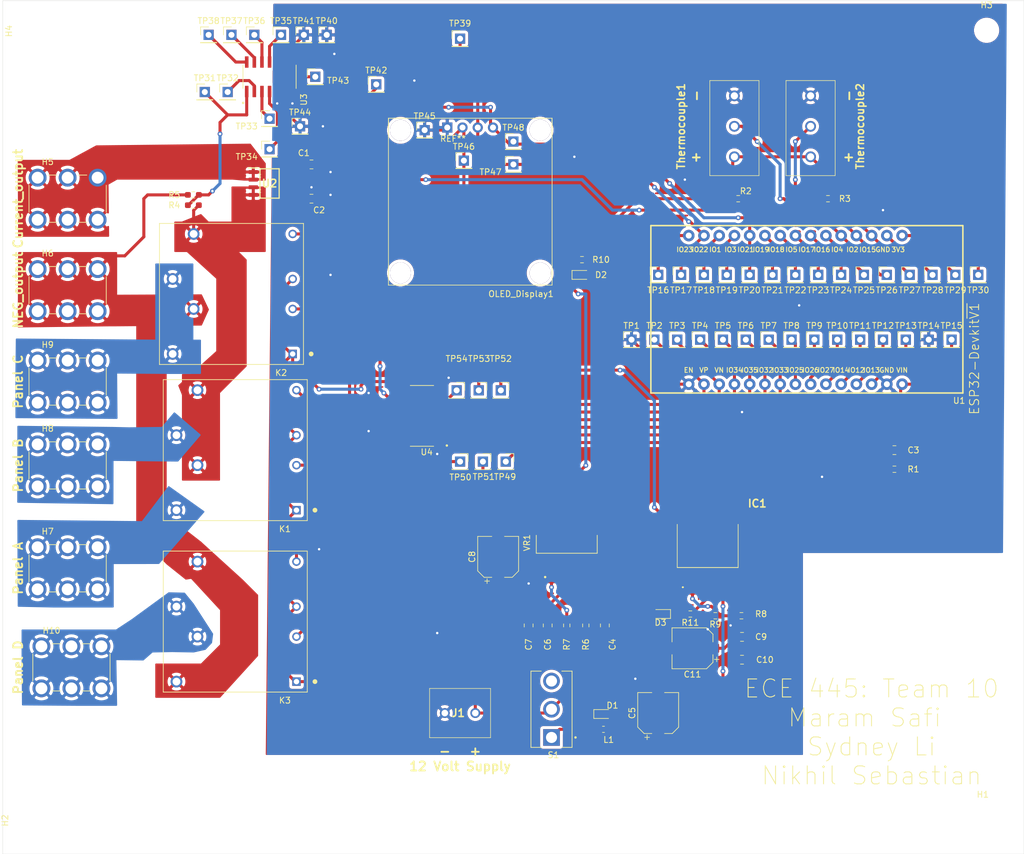
<source format=kicad_pcb>
(kicad_pcb (version 20171130) (host pcbnew "(5.1.10)-1")
  (layers (0 F.Cu signal) (31 B.Cu signal) (34 B.Paste user) (35 F.Paste user) (36 B.SilkS user) (37 F.SilkS user) (38 B.Mask user) (39 F.Mask user) (44 Edge.Cuts user))
  (net 0 "")
  (net 1 +3V3)
  (net 2 NEG_output)
  (net 3 Current_output_voltage)
  (net 4 +5V)
  (net 5 +12V)
  (net 6 Panel_A)
  (net 7 Panel_B)
  (net 8 Panel_C)
  (net 9 POS_output)
  (net 10 Panel_D)
  (net 11 Control_Signal1)
  (net 12 Temp_Output1)
  (net 13 Temp_Output)
  (net 14 SCL)
  (net 15 SDA)
  (net 16 VOLT_output)
  (net 17 "Net-(D2-Pad2)")
  (net 18 "Net-(D3-Pad2)")
  (net 19 "Net-(R6-Pad2)")
  (net 20 "Net-(IC1-Pad1)")
  (net 21 Control_Signal2)
  (net 22 Control_Signal3)
  (net 23 Control_Signal4)
  (net 24 Control_Signal5)
  (net 25 Control_Signal6)
  (net 26 GND1)
  (net 27 "Net-(C2-Pad2)")
  (net 28 "Net-(U4-Pad7)")
  (net 29 "Net-(C5-Pad1)")
  (net 30 "Net-(K1-Pad4)")
  (net 31 "Net-(K1-Pad2)")
  (net 32 "Net-(K2-Pad4)")
  (net 33 "Net-(K2-Pad2)")
  (net 34 "Net-(K3-Pad4)")
  (net 35 "Net-(K3-Pad2)")
  (net 36 GND)
  (net 37 "Net-(U4-Pad12)")
  (net 38 Current_output)
  (net 39 "Net-(TP8-Pad1)")
  (net 40 "Net-(TP9-Pad1)")
  (net 41 "Net-(TP10-Pad1)")
  (net 42 "Net-(TP11-Pad1)")
  (net 43 "Net-(TP12-Pad1)")
  (net 44 "Net-(TP13-Pad1)")
  (net 45 "Net-(TP16-Pad1)")
  (net 46 "Net-(TP18-Pad1)")
  (net 47 "Net-(TP19-Pad1)")
  (net 48 "Net-(TP21-Pad1)")
  (net 49 "Net-(TP22-Pad1)")
  (net 50 "Net-(TP23-Pad1)")
  (net 51 "Net-(TP24-Pad1)")
  (net 52 "Net-(TP25-Pad1)")
  (net 53 "Net-(TP29-Pad1)")
  (net 54 "Net-(TP30-Pad1)")
  (net 55 "Net-(TP38-Pad1)")
  (net 56 "Net-(TP37-Pad1)")
  (net 57 "Net-(TP36-Pad1)")
  (net 58 "Net-(TP35-Pad1)")
  (net 59 "Net-(TP34-Pad1)")
  (net 60 "Net-(TP33-Pad1)")
  (net 61 "Net-(D1-Pad2)")
  (net 62 "Net-(S1-Pad3)")
  (module AH864C_STP:OLEDdisplay (layer F.Cu) (at 89.535 60.325)
    (fp_text reference OLED_Display1 (at 22.225 1.27) (layer F.SilkS))
    (fp_text value Conn_01x04)
    (fp_text user REF** (at 10.8966 -24.6126 180) (layer F.SilkS))
    (pad "" thru_hole circle (at 2.1336 -26.0096) (size 3.5 3.5) (drill 3.5) (layers *.Cu *.Mask))
    (pad "" thru_hole circle (at 2.1336 -2.2352) (size 3.5 3.5) (drill 3.5) (layers *.Cu *.Mask))
    (pad "" thru_hole circle (at 25.4254 -2.2098) (size 3.5 3.5) (drill 3.5) (layers *.Cu *.Mask))
    (pad 3 thru_hole oval (at 15.0114 -26.4668 90) (size 1.7 1.7) (drill 1) (layers *.Cu *.Mask) (net 14 SCL))
    (pad 4 thru_hole oval (at 17.5514 -26.4668 90) (size 1.7 1.7) (drill 1) (layers *.Cu *.Mask) (net 15 SDA))
    (pad 1 thru_hole rect (at 9.9314 -26.4668 90) (size 1.7 1.7) (drill 1) (layers *.Cu *.Mask) (net 26 GND1))
    (pad 2 thru_hole oval (at 12.4714 -26.4668 90) (size 1.7 1.7) (drill 1) (layers *.Cu *.Mask) (net 4 +5V))
    (pad "" thru_hole circle (at 25.4 -26.035) (size 3.5 3.5) (drill 3.5) (layers *.Cu *.Mask))
  )
  (module Connector_PinSocket_2.54mm:PinSocket_1x01_P2.54mm_Vertical (layer F.Cu) (at 109.22 89.535)
    (fp_text reference TP49 (at -0.127 2.54) (layer F.SilkS))
    (fp_text value TestPoint)
    (pad 1 thru_hole rect (at 0 0) (size 1.7 1.7) (drill 1) (layers *.Cu *.Mask) (net 25 Control_Signal6))
  )
  (module Connector_PinSocket_2.54mm:PinSocket_1x01_P2.54mm_Vertical (layer F.Cu) (at 101.6 89.535)
    (fp_text reference TP50 (at 0.0635 2.6035) (layer F.SilkS))
    (fp_text value TestPoint)
    (pad 1 thru_hole rect (at 0 0) (size 1.7 1.7) (drill 1) (layers *.Cu *.Mask) (net 24 Control_Signal5))
  )
  (module ESP32DEVKITV1:ESP32-DEVKITV1 (layer F.Cu) (at 152.4 65.405 180)
    (fp_text reference U1 (at -32.385 -13.97) (layer F.SilkS))
    (fp_text value ESP32DEVKITV1)
    (fp_text user ESP32-Devkit~V1 (at -34.925 -6.985 90) (layer F.SilkS) (effects (font (size 1.52 1.52))))
    (fp_text user EN (at 12.7 -8.89) (layer F.SilkS) (effects (font (size 0.8 0.8))))
    (fp_text user VP (at 10.16 -8.89) (layer F.SilkS) (effects (font (size 0.8 0.8))))
    (fp_text user VN (at 7.62 -8.89) (layer F.SilkS) (effects (font (size 0.8 0.8))))
    (fp_text user IO34 (at 5.08 -8.89) (layer F.SilkS) (effects (font (size 0.8 0.8))))
    (fp_text user IO35 (at 2.54 -8.89) (layer F.SilkS) (effects (font (size 0.8 0.8))))
    (fp_text user IO32 (at 0 -8.89) (layer F.SilkS) (effects (font (size 0.8 0.8))))
    (fp_text user IO33 (at -2.54 -8.89) (layer F.SilkS) (effects (font (size 0.8 0.8))))
    (fp_text user IO25 (at -5.08 -8.89) (layer F.SilkS) (effects (font (size 0.8 0.8))))
    (fp_text user IO26 (at -7.62 -8.89) (layer F.SilkS) (effects (font (size 0.8 0.8))))
    (fp_text user IO27 (at -10.16 -8.89) (layer F.SilkS) (effects (font (size 0.8 0.8))))
    (fp_text user IO14 (at -12.7 -8.89) (layer F.SilkS) (effects (font (size 0.8 0.8))))
    (fp_text user IO12 (at -15.24 -8.89) (layer F.SilkS) (effects (font (size 0.8 0.8))))
    (fp_text user IO13 (at -17.78 -8.89) (layer F.SilkS) (effects (font (size 0.8 0.8))))
    (fp_text user GND (at -20.32 -8.89) (layer F.SilkS) (effects (font (size 0.8 0.8))))
    (fp_text user VIN (at -22.86 -8.89) (layer F.SilkS) (effects (font (size 0.8 0.8))))
    (fp_text user IO23 (at 13.35 11.2) (layer F.SilkS) (effects (font (size 0.8 0.8))))
    (fp_text user IO22 (at 10.81 11.2) (layer F.SilkS) (effects (font (size 0.8 0.8))))
    (fp_text user IO1 (at 8.27 11.2) (layer F.SilkS) (effects (font (size 0.8 0.8))))
    (fp_text user IO3 (at 5.73 11.2) (layer F.SilkS) (effects (font (size 0.8 0.8))))
    (fp_text user IO21 (at 3.19 11.2) (layer F.SilkS) (effects (font (size 0.8 0.8))))
    (fp_text user IO19 (at 0.65 11.2) (layer F.SilkS) (effects (font (size 0.8 0.8))))
    (fp_text user IO18 (at -1.89 11.2) (layer F.SilkS) (effects (font (size 0.8 0.8))))
    (fp_text user IO5 (at -4.43 11.2) (layer F.SilkS) (effects (font (size 0.8 0.8))))
    (fp_text user IO17 (at -6.97 11.2) (layer F.SilkS) (effects (font (size 0.8 0.8))))
    (fp_text user IO16 (at -9.51 11.2) (layer F.SilkS) (effects (font (size 0.8 0.8))))
    (fp_text user IO4 (at -12.05 11.2) (layer F.SilkS) (effects (font (size 0.8 0.8))))
    (fp_text user IO2 (at -14.59 11.2) (layer F.SilkS) (effects (font (size 0.8 0.8))))
    (fp_text user IO15 (at -17.13 11.2) (layer F.SilkS) (effects (font (size 0.8 0.8))))
    (fp_text user GND (at -19.67 11.2) (layer F.SilkS) (effects (font (size 0.8 0.8))))
    (fp_text user 3V3 (at -22.21 11.2) (layer F.SilkS) (effects (font (size 0.8 0.8))))
    (pad 16 thru_hole circle (at 12.69 -11.23 180) (size 1.9304 1.9304) (drill 1) (layers *.Cu *.Mask) (net 26 GND1))
    (pad 17 thru_hole circle (at 10.15 -11.23 180) (size 1.9304 1.9304) (drill 1) (layers *.Cu *.Mask) (net 11 Control_Signal1))
    (pad 18 thru_hole circle (at 7.61 -11.23 180) (size 1.9304 1.9304) (drill 1) (layers *.Cu *.Mask) (net 21 Control_Signal2))
    (pad 19 thru_hole circle (at 5.07 -11.23 180) (size 1.9304 1.9304) (drill 1) (layers *.Cu *.Mask) (net 22 Control_Signal3))
    (pad 20 thru_hole circle (at 2.53 -11.23 180) (size 1.9304 1.9304) (drill 1) (layers *.Cu *.Mask) (net 23 Control_Signal4))
    (pad 21 thru_hole circle (at -0.01 -11.23 180) (size 1.9304 1.9304) (drill 1) (layers *.Cu *.Mask) (net 24 Control_Signal5))
    (pad 22 thru_hole circle (at -2.55 -11.23 180) (size 1.9304 1.9304) (drill 1) (layers *.Cu *.Mask) (net 25 Control_Signal6))
    (pad 23 thru_hole circle (at -5.09 -11.23 180) (size 1.9304 1.9304) (drill 1) (layers *.Cu *.Mask) (net 39 "Net-(TP8-Pad1)"))
    (pad 24 thru_hole circle (at -7.63 -11.23 180) (size 1.9304 1.9304) (drill 1) (layers *.Cu *.Mask) (net 40 "Net-(TP9-Pad1)"))
    (pad 25 thru_hole circle (at -10.17 -11.23 180) (size 1.9304 1.9304) (drill 1) (layers *.Cu *.Mask) (net 41 "Net-(TP10-Pad1)"))
    (pad 26 thru_hole circle (at -12.71 -11.23 180) (size 1.9304 1.9304) (drill 1) (layers *.Cu *.Mask) (net 42 "Net-(TP11-Pad1)"))
    (pad 27 thru_hole circle (at -15.25 -11.23 180) (size 1.9304 1.9304) (drill 1) (layers *.Cu *.Mask) (net 43 "Net-(TP12-Pad1)"))
    (pad 28 thru_hole circle (at -17.79 -11.23 180) (size 1.9304 1.9304) (drill 1) (layers *.Cu *.Mask) (net 44 "Net-(TP13-Pad1)"))
    (pad 29 thru_hole circle (at -20.33 -11.23 180) (size 1.9304 1.9304) (drill 1) (layers *.Cu *.Mask) (net 26 GND1))
    (pad 30 thru_hole circle (at -22.87 -11.23 180) (size 1.9304 1.9304) (drill 1) (layers *.Cu *.Mask) (net 4 +5V))
    (pad 15 thru_hole circle (at 12.69 13.54 180) (size 1.9304 1.9304) (drill 1) (layers *.Cu *.Mask) (net 45 "Net-(TP16-Pad1)"))
    (pad 14 thru_hole circle (at 10.15 13.54 180) (size 1.9304 1.9304) (drill 1) (layers *.Cu *.Mask) (net 14 SCL))
    (pad 13 thru_hole circle (at 7.61 13.54 180) (size 1.9304 1.9304) (drill 1) (layers *.Cu *.Mask) (net 46 "Net-(TP18-Pad1)"))
    (pad 12 thru_hole circle (at 5.07 13.54 180) (size 1.9304 1.9304) (drill 1) (layers *.Cu *.Mask) (net 47 "Net-(TP19-Pad1)"))
    (pad 11 thru_hole circle (at 2.53 13.54 180) (size 1.9304 1.9304) (drill 1) (layers *.Cu *.Mask) (net 15 SDA))
    (pad 10 thru_hole circle (at -0.01 13.54 180) (size 1.9304 1.9304) (drill 1) (layers *.Cu *.Mask) (net 48 "Net-(TP21-Pad1)"))
    (pad 9 thru_hole circle (at -2.55 13.54 180) (size 1.9304 1.9304) (drill 1) (layers *.Cu *.Mask) (net 49 "Net-(TP22-Pad1)"))
    (pad 8 thru_hole circle (at -5.09 13.54 180) (size 1.9304 1.9304) (drill 1) (layers *.Cu *.Mask) (net 50 "Net-(TP23-Pad1)"))
    (pad 7 thru_hole circle (at -7.63 13.54 180) (size 1.9304 1.9304) (drill 1) (layers *.Cu *.Mask) (net 51 "Net-(TP24-Pad1)"))
    (pad 6 thru_hole circle (at -10.17 13.54 180) (size 1.9304 1.9304) (drill 1) (layers *.Cu *.Mask) (net 52 "Net-(TP25-Pad1)"))
    (pad 5 thru_hole circle (at -12.71 13.54 180) (size 1.9304 1.9304) (drill 1) (layers *.Cu *.Mask) (net 3 Current_output_voltage))
    (pad 4 thru_hole circle (at -15.25 13.54 180) (size 1.9304 1.9304) (drill 1) (layers *.Cu *.Mask) (net 13 Temp_Output))
    (pad 3 thru_hole circle (at -17.79 13.54 180) (size 1.9304 1.9304) (drill 1) (layers *.Cu *.Mask) (net 12 Temp_Output1))
    (pad 2 thru_hole circle (at -20.33 13.54 180) (size 1.9304 1.9304) (drill 1) (layers *.Cu *.Mask) (net 53 "Net-(TP29-Pad1)"))
    (pad 1 thru_hole circle (at -22.87 13.54 180) (size 1.9304 1.9304) (drill 1) (layers *.Cu *.Mask) (net 54 "Net-(TP30-Pad1)"))
  )
  (module ACS714ELCTR-30A-T:SOIC127P600X175-8N (layer F.Cu) (at 69.85 43.18)
    (fp_text reference U2 (at 0 0) (layer F.SilkS) (effects (font (size 1.27 1.27) (thickness 0.254))))
    (fp_text value ACS714xLCTR-30A hide)
    (pad 8 smd rect (at 2.712 -1.905 90) (size 0.65 1.525) (layers F.Cu F.Paste F.Mask) (net 4 +5V))
    (pad 7 smd rect (at 2.712 -0.635 90) (size 0.65 1.525) (layers F.Cu F.Paste F.Mask) (net 3 Current_output_voltage))
    (pad 6 smd rect (at 2.712 0.635 90) (size 0.65 1.525) (layers F.Cu F.Paste F.Mask) (net 27 "Net-(C2-Pad2)"))
    (pad 5 smd rect (at 2.712 1.905 90) (size 0.65 1.525) (layers F.Cu F.Paste F.Mask) (net 26 GND1))
    (pad 4 smd rect (at -2.712 1.905 90) (size 0.65 1.525) (layers F.Cu F.Paste F.Mask) (net 9 POS_output))
    (pad 3 smd rect (at -2.712 0.635 90) (size 0.65 1.525) (layers F.Cu F.Paste F.Mask) (net 9 POS_output))
    (pad 2 smd rect (at -2.712 -0.635 90) (size 0.65 1.525) (layers F.Cu F.Paste F.Mask) (net 38 Current_output))
    (pad 1 smd rect (at -2.712 -1.905 90) (size 0.65 1.525) (layers F.Cu F.Paste F.Mask) (net 38 Current_output))
  )
  (module Connector_PinSocket_2.54mm:PinSocket_1x01_P2.54mm_Vertical (layer F.Cu) (at 101.0285 77.6605)
    (fp_text reference TP54 (at 0 -5.2705) (layer F.SilkS))
    (fp_text value TestPoint)
    (pad 1 thru_hole rect (at 0 0) (size 1.7 1.7) (drill 1) (layers *.Cu *.Mask) (net 11 Control_Signal1))
  )
  (module Connector_PinSocket_2.54mm:PinSocket_1x01_P2.54mm_Vertical (layer F.Cu) (at 104.7115 77.6605)
    (fp_text reference TP53 (at 0.0635 -5.2705) (layer F.SilkS))
    (fp_text value TestPoint)
    (pad 1 thru_hole rect (at 0 0) (size 1.7 1.7) (drill 1) (layers *.Cu *.Mask) (net 21 Control_Signal2))
  )
  (module Connector_PinSocket_2.54mm:PinSocket_1x01_P2.54mm_Vertical (layer F.Cu) (at 108.3945 77.6605)
    (fp_text reference TP52 (at 0 -5.2705) (layer F.SilkS))
    (fp_text value TestPoint)
    (pad 1 thru_hole rect (at 0 0) (size 1.7 1.7) (drill 1) (layers *.Cu *.Mask) (net 22 Control_Signal3))
  )
  (module Connector_PinSocket_2.54mm:PinSocket_1x01_P2.54mm_Vertical (layer F.Cu) (at 105.41 89.535)
    (fp_text reference TP51 (at 0.127 2.54) (layer F.SilkS))
    (fp_text value TestPoint)
    (pad 1 thru_hole rect (at 0 0) (size 1.7 1.7) (drill 1) (layers *.Cu *.Mask) (net 23 Control_Signal4))
  )
  (module FTR-J2AK006W:RELAY_FTR-J2AK006W (layer F.Cu) (at 64.135 116.205 180)
    (fp_text reference K3 (at -8.277375 -13.138885) (layer F.SilkS) (effects (font (size 1.000291 1.000291))))
    (fp_text value FTR-J2AK006W)
    (pad 5 thru_hole circle (at 9.8 -10 180) (size 1.95 1.95) (drill 1.3) (layers *.Cu *.Mask) (net 2 NEG_output))
    (pad 8 thru_hole circle (at 6.3 10 180) (size 1.95 1.95) (drill 1.3) (layers *.Cu *.Mask) (net 2 NEG_output))
    (pad 7 thru_hole circle (at 9.8 2.5 180) (size 1.95 1.95) (drill 1.3) (layers *.Cu *.Mask) (net 10 Panel_D))
    (pad 6 thru_hole circle (at 6.3 -2.5 180) (size 1.95 1.95) (drill 1.3) (layers *.Cu *.Mask) (net 10 Panel_D))
    (pad 4 thru_hole circle (at -10.2 10 180) (size 1.408 1.408) (drill 0.9) (layers *.Cu *.Mask) (net 34 "Net-(K3-Pad4)"))
    (pad 1 thru_hole rect (at -10.2 -10 180) (size 1.408 1.408) (drill 0.9) (layers *.Cu *.Mask) (net 5 +12V))
    (pad 3 thru_hole circle (at -10.2 2.5 180) (size 1.408 1.408) (drill 0.9) (layers *.Cu *.Mask) (net 5 +12V))
    (pad 2 thru_hole circle (at -10.2 -2.5 180) (size 1.408 1.408) (drill 0.9) (layers *.Cu *.Mask) (net 35 "Net-(K3-Pad2)"))
  )
  (module Connector_PinHeader_2.54mm:PinHeader_1x01_P2.54mm_Vertical (layer F.Cu) (at 110.49 36.195)
    (fp_text reference TP48 (at 0 -2.33) (layer F.SilkS))
    (fp_text value TestPoint)
    (pad 1 thru_hole rect (at 0 0) (size 1.7 1.7) (drill 1) (layers *.Cu *.Mask) (net 15 SDA))
  )
  (module Connector_PinHeader_2.54mm:PinHeader_1x01_P2.54mm_Vertical (layer F.Cu) (at 110.49 40.005)
    (fp_text reference TP47 (at -3.81 1.27) (layer F.SilkS))
    (fp_text value TestPoint)
    (pad 1 thru_hole rect (at 0 0) (size 1.7 1.7) (drill 1) (layers *.Cu *.Mask) (net 14 SCL))
  )
  (module Connector_PinHeader_2.54mm:PinHeader_1x01_P2.54mm_Vertical (layer F.Cu) (at 102.235 39.37)
    (fp_text reference TP46 (at 0 -2.33) (layer F.SilkS))
    (fp_text value TestPoint)
    (pad 1 thru_hole rect (at 0 0) (size 1.7 1.7) (drill 1) (layers *.Cu *.Mask) (net 4 +5V))
  )
  (module Connector_PinHeader_2.54mm:PinHeader_1x01_P2.54mm_Vertical (layer F.Cu) (at 95.6945 34.29)
    (fp_text reference TP45 (at 0 -2.33) (layer F.SilkS))
    (fp_text value TestPoint)
    (pad 1 thru_hole rect (at 0 0) (size 1.7 1.7) (drill 1) (layers *.Cu *.Mask) (net 26 GND1))
  )
  (module Connector_PinHeader_2.54mm:PinHeader_1x01_P2.54mm_Vertical (layer F.Cu) (at 74.93 33.655)
    (fp_text reference TP44 (at 0 -2.33) (layer F.SilkS))
    (fp_text value TestPoint)
    (pad 1 thru_hole rect (at 0 0) (size 1.7 1.7) (drill 1) (layers *.Cu *.Mask) (net 26 GND1))
  )
  (module Connector_PinHeader_2.54mm:PinHeader_1x01_P2.54mm_Vertical (layer F.Cu) (at 77.47 25.4)
    (fp_text reference TP43 (at 3.81 0.635) (layer F.SilkS))
    (fp_text value TestPoint)
    (pad 1 thru_hole rect (at 0 0) (size 1.7 1.7) (drill 1) (layers *.Cu *.Mask) (net 4 +5V))
  )
  (module Connector_PinHeader_2.54mm:PinHeader_1x01_P2.54mm_Vertical (layer F.Cu) (at 87.63 26.67)
    (fp_text reference TP42 (at 0 -2.33) (layer F.SilkS))
    (fp_text value TestPoint)
    (pad 1 thru_hole rect (at 0 0) (size 1.7 1.7) (drill 1) (layers *.Cu *.Mask) (net 15 SDA))
  )
  (module Connector_PinHeader_2.54mm:PinHeader_1x01_P2.54mm_Vertical (layer F.Cu) (at 75.565 18.415)
    (fp_text reference TP41 (at 0 -2.33) (layer F.SilkS))
    (fp_text value TestPoint)
    (pad 1 thru_hole rect (at 0 0) (size 1.7 1.7) (drill 1) (layers *.Cu *.Mask) (net 26 GND1))
  )
  (module Connector_PinHeader_2.54mm:PinHeader_1x01_P2.54mm_Vertical (layer F.Cu) (at 79.375 18.415)
    (fp_text reference TP40 (at 0 -2.33) (layer F.SilkS))
    (fp_text value TestPoint)
    (pad 1 thru_hole rect (at 0 0) (size 1.7 1.7) (drill 1) (layers *.Cu *.Mask) (net 26 GND1))
  )
  (module Connector_PinHeader_2.54mm:PinHeader_1x01_P2.54mm_Vertical (layer F.Cu) (at 101.6 19.05)
    (fp_text reference TP39 (at 0 -2.54) (layer F.SilkS))
    (fp_text value TestPoint)
    (pad 1 thru_hole rect (at 0 0) (size 1.7 1.7) (drill 1) (layers *.Cu *.Mask) (net 14 SCL))
  )
  (module Connector_PinHeader_2.54mm:PinHeader_1x01_P2.54mm_Vertical (layer F.Cu) (at 59.69 18.415)
    (fp_text reference TP38 (at 0 -2.33) (layer F.SilkS))
    (fp_text value TestPoint)
    (pad 1 thru_hole rect (at 0 0) (size 1.7 1.7) (drill 1) (layers *.Cu *.Mask) (net 55 "Net-(TP38-Pad1)"))
  )
  (module Connector_PinHeader_2.54mm:PinHeader_1x01_P2.54mm_Vertical (layer F.Cu) (at 63.5 18.415)
    (fp_text reference TP37 (at 0 -2.33) (layer F.SilkS))
    (fp_text value TestPoint)
    (pad 1 thru_hole rect (at 0 0) (size 1.7 1.7) (drill 1) (layers *.Cu *.Mask) (net 56 "Net-(TP37-Pad1)"))
  )
  (module Connector_PinHeader_2.54mm:PinHeader_1x01_P2.54mm_Vertical (layer F.Cu) (at 67.31 18.415)
    (fp_text reference TP36 (at 0 -2.33) (layer F.SilkS))
    (fp_text value TestPoint)
    (pad 1 thru_hole rect (at 0 0) (size 1.7 1.7) (drill 1) (layers *.Cu *.Mask) (net 57 "Net-(TP36-Pad1)"))
  )
  (module Connector_PinHeader_2.54mm:PinHeader_1x01_P2.54mm_Vertical (layer F.Cu) (at 71.755 18.415)
    (fp_text reference TP35 (at 0 -2.33) (layer F.SilkS))
    (fp_text value TestPoint)
    (pad 1 thru_hole rect (at 0 0) (size 1.7 1.7) (drill 1) (layers *.Cu *.Mask) (net 58 "Net-(TP35-Pad1)"))
  )
  (module Connector_PinHeader_2.54mm:PinHeader_1x01_P2.54mm_Vertical (layer F.Cu) (at 69.85 37.465)
    (fp_text reference TP34 (at -3.81 1.27) (layer F.SilkS))
    (fp_text value TestPoint)
    (pad 1 thru_hole rect (at 0 0) (size 1.7 1.7) (drill 1) (layers *.Cu *.Mask) (net 59 "Net-(TP34-Pad1)"))
  )
  (module Connector_PinHeader_2.54mm:PinHeader_1x01_P2.54mm_Vertical (layer F.Cu) (at 69.85 32.385)
    (fp_text reference TP33 (at -3.81 1.27) (layer F.SilkS))
    (fp_text value TestPoint)
    (pad 1 thru_hole rect (at 0 0) (size 1.7 1.7) (drill 1) (layers *.Cu *.Mask) (net 60 "Net-(TP33-Pad1)"))
  )
  (module Connector_PinHeader_2.54mm:PinHeader_1x01_P2.54mm_Vertical (layer F.Cu) (at 62.865 27.94)
    (fp_text reference TP32 (at 0 -2.33) (layer F.SilkS))
    (fp_text value TestPoint)
    (pad 1 thru_hole rect (at 0 0) (size 1.7 1.7) (drill 1) (layers *.Cu *.Mask) (net 36 GND))
  )
  (module Connector_PinHeader_2.54mm:PinHeader_1x01_P2.54mm_Vertical (layer F.Cu) (at 59.055 27.94)
    (fp_text reference TP31 (at 0 -2.33) (layer F.SilkS))
    (fp_text value TestPoint)
    (pad 1 thru_hole rect (at 0 0) (size 1.7 1.7) (drill 1) (layers *.Cu *.Mask) (net 16 VOLT_output))
  )
  (module Connector_PinHeader_2.54mm:PinHeader_1x01_P2.54mm_Vertical (layer F.Cu) (at 160.655 69.215)
    (fp_text reference TP9 (at 0 -2.33) (layer F.SilkS))
    (fp_text value TestPoint)
    (pad 1 thru_hole rect (at 0 0) (size 1.7 1.7) (drill 1) (layers *.Cu *.Mask) (net 40 "Net-(TP9-Pad1)"))
  )
  (module 100SP1T1B4M2QE:SW_100SP1T1B4M2QE (layer F.Cu) (at 116.84 130.81 180)
    (fp_text reference S1 (at -0.325 -7.635) (layer F.SilkS))
    (fp_text value 100SP1T1B4M2QE)
    (pad 3 thru_hole circle (at 0 4.7 180) (size 2.775 2.775) (drill 1.85) (layers *.Cu *.Mask) (net 62 "Net-(S1-Pad3)"))
    (pad 2 thru_hole circle (at 0 0 180) (size 2.775 2.775) (drill 1.85) (layers *.Cu *.Mask) (net 5 +12V))
    (pad 1 thru_hole rect (at 0 -4.7 180) (size 2.775 2.775) (drill 1.85) (layers *.Cu *.Mask) (net 61 "Net-(D1-Pad2)"))
  )
  (module Connector_PinHeader_2.54mm:PinHeader_1x01_P2.54mm_Vertical (layer F.Cu) (at 187.96 58.42)
    (fp_text reference TP30 (at 0 2.54) (layer F.SilkS))
    (fp_text value TestPoint)
    (pad 1 thru_hole rect (at 0 0) (size 1.7 1.7) (drill 1) (layers *.Cu *.Mask) (net 54 "Net-(TP30-Pad1)"))
  )
  (module Connector_PinHeader_2.54mm:PinHeader_1x01_P2.54mm_Vertical (layer F.Cu) (at 184.15 58.42)
    (fp_text reference TP29 (at 0 2.54) (layer F.SilkS))
    (fp_text value TestPoint)
    (pad 1 thru_hole rect (at 0 0) (size 1.7 1.7) (drill 1) (layers *.Cu *.Mask) (net 53 "Net-(TP29-Pad1)"))
  )
  (module Connector_PinHeader_2.54mm:PinHeader_1x01_P2.54mm_Vertical (layer F.Cu) (at 180.34 58.42)
    (fp_text reference TP28 (at 0 2.54) (layer F.SilkS))
    (fp_text value TestPoint)
    (pad 1 thru_hole rect (at 0 0) (size 1.7 1.7) (drill 1) (layers *.Cu *.Mask) (net 12 Temp_Output1))
  )
  (module Connector_PinHeader_2.54mm:PinHeader_1x01_P2.54mm_Vertical (layer F.Cu) (at 176.53 58.42)
    (fp_text reference TP27 (at 0 2.54) (layer F.SilkS))
    (fp_text value TestPoint)
    (pad 1 thru_hole rect (at 0 0) (size 1.7 1.7) (drill 1) (layers *.Cu *.Mask) (net 13 Temp_Output))
  )
  (module Connector_PinHeader_2.54mm:PinHeader_1x01_P2.54mm_Vertical (layer F.Cu) (at 172.72 58.42)
    (fp_text reference TP26 (at 0 2.54) (layer F.SilkS))
    (fp_text value TestPoint)
    (pad 1 thru_hole rect (at 0 0) (size 1.7 1.7) (drill 1) (layers *.Cu *.Mask) (net 3 Current_output_voltage))
  )
  (module Connector_PinHeader_2.54mm:PinHeader_1x01_P2.54mm_Vertical (layer F.Cu) (at 168.91 58.42)
    (fp_text reference TP25 (at 0 2.54) (layer F.SilkS))
    (fp_text value TestPoint)
    (pad 1 thru_hole rect (at 0 0) (size 1.7 1.7) (drill 1) (layers *.Cu *.Mask) (net 52 "Net-(TP25-Pad1)"))
  )
  (module Connector_PinHeader_2.54mm:PinHeader_1x01_P2.54mm_Vertical (layer F.Cu) (at 165.1 58.42)
    (fp_text reference TP24 (at 0 2.54) (layer F.SilkS))
    (fp_text value TestPoint)
    (pad 1 thru_hole rect (at 0 0) (size 1.7 1.7) (drill 1) (layers *.Cu *.Mask) (net 51 "Net-(TP24-Pad1)"))
  )
  (module Connector_PinHeader_2.54mm:PinHeader_1x01_P2.54mm_Vertical (layer F.Cu) (at 161.29 58.42)
    (fp_text reference TP23 (at 0 2.54) (layer F.SilkS))
    (fp_text value TestPoint)
    (pad 1 thru_hole rect (at 0 0) (size 1.7 1.7) (drill 1) (layers *.Cu *.Mask) (net 50 "Net-(TP23-Pad1)"))
  )
  (module Connector_PinHeader_2.54mm:PinHeader_1x01_P2.54mm_Vertical (layer F.Cu) (at 157.48 58.42)
    (fp_text reference TP22 (at 0 2.54) (layer F.SilkS))
    (fp_text value TestPoint)
    (pad 1 thru_hole rect (at 0 0) (size 1.7 1.7) (drill 1) (layers *.Cu *.Mask) (net 49 "Net-(TP22-Pad1)"))
  )
  (module Connector_PinHeader_2.54mm:PinHeader_1x01_P2.54mm_Vertical (layer F.Cu) (at 153.67 58.42)
    (fp_text reference TP21 (at 0 2.54) (layer F.SilkS))
    (fp_text value TestPoint)
    (pad 1 thru_hole rect (at 0 0) (size 1.7 1.7) (drill 1) (layers *.Cu *.Mask) (net 48 "Net-(TP21-Pad1)"))
  )
  (module Connector_PinHeader_2.54mm:PinHeader_1x01_P2.54mm_Vertical (layer F.Cu) (at 149.86 58.42)
    (fp_text reference TP20 (at 0 2.54) (layer F.SilkS))
    (fp_text value TestPoint)
    (pad 1 thru_hole rect (at 0 0) (size 1.7 1.7) (drill 1) (layers *.Cu *.Mask) (net 15 SDA))
  )
  (module Connector_PinHeader_2.54mm:PinHeader_1x01_P2.54mm_Vertical (layer F.Cu) (at 146.05 58.42)
    (fp_text reference TP19 (at 0 2.54) (layer F.SilkS))
    (fp_text value TestPoint)
    (pad 1 thru_hole rect (at 0 0) (size 1.7 1.7) (drill 1) (layers *.Cu *.Mask) (net 47 "Net-(TP19-Pad1)"))
  )
  (module Connector_PinHeader_2.54mm:PinHeader_1x01_P2.54mm_Vertical (layer F.Cu) (at 142.24 58.42)
    (fp_text reference TP18 (at 0 2.54) (layer F.SilkS))
    (fp_text value TestPoint)
    (pad 1 thru_hole rect (at 0 0) (size 1.7 1.7) (drill 1) (layers *.Cu *.Mask) (net 46 "Net-(TP18-Pad1)"))
  )
  (module Connector_PinHeader_2.54mm:PinHeader_1x01_P2.54mm_Vertical (layer F.Cu) (at 183.515 69.215)
    (fp_text reference TP15 (at 0 -2.33) (layer F.SilkS))
    (fp_text value TestPoint)
    (pad 1 thru_hole rect (at 0 0) (size 1.7 1.7) (drill 1) (layers *.Cu *.Mask) (net 4 +5V))
  )
  (module Connector_PinHeader_2.54mm:PinHeader_1x01_P2.54mm_Vertical (layer F.Cu) (at 179.705 69.215)
    (fp_text reference TP14 (at 0 -2.33) (layer F.SilkS))
    (fp_text value TestPoint)
    (pad 1 thru_hole rect (at 0 0) (size 1.7 1.7) (drill 1) (layers *.Cu *.Mask) (net 26 GND1))
  )
  (module Connector_PinHeader_2.54mm:PinHeader_1x01_P2.54mm_Vertical (layer F.Cu) (at 175.895 69.215)
    (fp_text reference TP13 (at 0 -2.33) (layer F.SilkS))
    (fp_text value TestPoint)
    (pad 1 thru_hole rect (at 0 0) (size 1.7 1.7) (drill 1) (layers *.Cu *.Mask) (net 44 "Net-(TP13-Pad1)"))
  )
  (module Connector_PinHeader_2.54mm:PinHeader_1x01_P2.54mm_Vertical (layer F.Cu) (at 172.085 69.215)
    (fp_text reference TP12 (at 0 -2.33) (layer F.SilkS))
    (fp_text value TestPoint)
    (pad 1 thru_hole rect (at 0 0) (size 1.7 1.7) (drill 1) (layers *.Cu *.Mask) (net 43 "Net-(TP12-Pad1)"))
  )
  (module Connector_PinHeader_2.54mm:PinHeader_1x01_P2.54mm_Vertical (layer F.Cu) (at 168.275 69.215)
    (fp_text reference TP11 (at 0 -2.33) (layer F.SilkS))
    (fp_text value TestPoint)
    (pad 1 thru_hole rect (at 0 0) (size 1.7 1.7) (drill 1) (layers *.Cu *.Mask) (net 42 "Net-(TP11-Pad1)"))
  )
  (module Connector_PinHeader_2.54mm:PinHeader_1x01_P2.54mm_Vertical (layer F.Cu) (at 164.465 69.215)
    (fp_text reference TP10 (at 0 -2.33) (layer F.SilkS))
    (fp_text value TestPoint)
    (pad 1 thru_hole rect (at 0 0) (size 1.7 1.7) (drill 1) (layers *.Cu *.Mask) (net 41 "Net-(TP10-Pad1)"))
  )
  (module Connector_PinHeader_2.54mm:PinHeader_1x01_P2.54mm_Vertical (layer F.Cu) (at 156.845 69.215)
    (fp_text reference TP8 (at 0 -2.33) (layer F.SilkS))
    (fp_text value TestPoint)
    (pad 1 thru_hole rect (at 0 0) (size 1.7 1.7) (drill 1) (layers *.Cu *.Mask) (net 39 "Net-(TP8-Pad1)"))
  )
  (module Connector_PinHeader_2.54mm:PinHeader_1x01_P2.54mm_Vertical (layer F.Cu) (at 153.035 69.215)
    (fp_text reference TP7 (at 0 -2.33) (layer F.SilkS))
    (fp_text value TestPoint)
    (pad 1 thru_hole rect (at 0 0) (size 1.7 1.7) (drill 1) (layers *.Cu *.Mask) (net 25 Control_Signal6))
  )
  (module Connector_PinHeader_2.54mm:PinHeader_1x01_P2.54mm_Vertical (layer F.Cu) (at 149.225 69.215)
    (fp_text reference TP6 (at 0 -2.33) (layer F.SilkS))
    (fp_text value TestPoint)
    (pad 1 thru_hole rect (at 0 0) (size 1.7 1.7) (drill 1) (layers *.Cu *.Mask) (net 24 Control_Signal5))
  )
  (module Connector_PinHeader_2.54mm:PinHeader_1x01_P2.54mm_Vertical (layer F.Cu) (at 145.415 69.215)
    (fp_text reference TP5 (at 0 -2.33) (layer F.SilkS))
    (fp_text value TestPoint)
    (pad 1 thru_hole rect (at 0 0) (size 1.7 1.7) (drill 1) (layers *.Cu *.Mask) (net 23 Control_Signal4))
  )
  (module Connector_PinHeader_2.54mm:PinHeader_1x01_P2.54mm_Vertical (layer F.Cu) (at 141.605 69.215)
    (fp_text reference TP4 (at 0 -2.33) (layer F.SilkS))
    (fp_text value TestPoint)
    (pad 1 thru_hole rect (at 0 0) (size 1.7 1.7) (drill 1) (layers *.Cu *.Mask) (net 22 Control_Signal3))
  )
  (module Connector_PinHeader_2.54mm:PinHeader_1x01_P2.54mm_Vertical (layer F.Cu) (at 137.795 69.215)
    (fp_text reference TP3 (at 0 -2.33) (layer F.SilkS))
    (fp_text value TestPoint)
    (pad 1 thru_hole rect (at 0 0) (size 1.7 1.7) (drill 1) (layers *.Cu *.Mask) (net 21 Control_Signal2))
  )
  (module Connector_PinHeader_2.54mm:PinHeader_1x01_P2.54mm_Vertical (layer F.Cu) (at 133.985 69.215)
    (fp_text reference TP2 (at 0 -2.33) (layer F.SilkS))
    (fp_text value TestPoint)
    (pad 1 thru_hole rect (at 0 0) (size 1.7 1.7) (drill 1) (layers *.Cu *.Mask) (net 11 Control_Signal1))
  )
  (module Connector_PinHeader_2.54mm:PinHeader_1x01_P2.54mm_Vertical (layer F.Cu) (at 130.175 69.215)
    (fp_text reference TP1 (at 0 -2.33) (layer F.SilkS))
    (fp_text value TestPoint)
    (pad 1 thru_hole rect (at 0 0) (size 1.7 1.7) (drill 1) (layers *.Cu *.Mask) (net 26 GND1))
  )
  (module Connector_PinHeader_2.54mm:PinHeader_1x01_P2.54mm_Vertical (layer F.Cu) (at 138.43 58.42)
    (fp_text reference TP17 (at 0 2.54) (layer F.SilkS))
    (fp_text value TestPoint)
    (pad 1 thru_hole rect (at 0 0) (size 1.7 1.7) (drill 1) (layers *.Cu *.Mask) (net 14 SCL))
  )
  (module Connector_PinHeader_2.54mm:PinHeader_1x01_P2.54mm_Vertical (layer F.Cu) (at 134.62 58.42)
    (fp_text reference TP16 (at 0 2.54) (layer F.SilkS))
    (fp_text value TestPoint)
    (pad 1 thru_hole rect (at 0 0) (size 1.7 1.7) (drill 1) (layers *.Cu *.Mask) (net 45 "Net-(TP16-Pad1)"))
  )
  (module "ULN2003BDR (1):SOIC127P600X175-16N" (layer F.Cu) (at 95.25 81.915 180)
    (fp_text reference U4 (at -0.795 -6.035) (layer F.SilkS))
    (fp_text value ULN2003BDR)
    (pad 16 smd roundrect (at 2.475 -4.445 180) (size 1.97 0.6) (layers F.Cu F.Paste F.Mask) (roundrect_rratio 0.07000000000000001) (net 35 "Net-(K3-Pad2)"))
    (pad 15 smd roundrect (at 2.475 -3.175 180) (size 1.97 0.6) (layers F.Cu F.Paste F.Mask) (roundrect_rratio 0.07000000000000001) (net 34 "Net-(K3-Pad4)"))
    (pad 14 smd roundrect (at 2.475 -1.905 180) (size 1.97 0.6) (layers F.Cu F.Paste F.Mask) (roundrect_rratio 0.07000000000000001) (net 31 "Net-(K1-Pad2)"))
    (pad 13 smd roundrect (at 2.475 -0.635 180) (size 1.97 0.6) (layers F.Cu F.Paste F.Mask) (roundrect_rratio 0.07000000000000001) (net 30 "Net-(K1-Pad4)"))
    (pad 12 smd roundrect (at 2.475 0.635 180) (size 1.97 0.6) (layers F.Cu F.Paste F.Mask) (roundrect_rratio 0.07000000000000001) (net 37 "Net-(U4-Pad12)"))
    (pad 11 smd roundrect (at 2.475 1.905 180) (size 1.97 0.6) (layers F.Cu F.Paste F.Mask) (roundrect_rratio 0.07000000000000001) (net 33 "Net-(K2-Pad2)"))
    (pad 10 smd roundrect (at 2.475 3.175 180) (size 1.97 0.6) (layers F.Cu F.Paste F.Mask) (roundrect_rratio 0.07000000000000001) (net 32 "Net-(K2-Pad4)"))
    (pad 9 smd roundrect (at 2.475 4.445 180) (size 1.97 0.6) (layers F.Cu F.Paste F.Mask) (roundrect_rratio 0.07000000000000001) (net 5 +12V))
    (pad 8 smd roundrect (at -2.475 4.445 180) (size 1.97 0.6) (layers F.Cu F.Paste F.Mask) (roundrect_rratio 0.07000000000000001) (net 26 GND1))
    (pad 7 smd roundrect (at -2.475 3.175 180) (size 1.97 0.6) (layers F.Cu F.Paste F.Mask) (roundrect_rratio 0.07000000000000001) (net 28 "Net-(U4-Pad7)"))
    (pad 6 smd roundrect (at -2.475 1.905 180) (size 1.97 0.6) (layers F.Cu F.Paste F.Mask) (roundrect_rratio 0.07000000000000001) (net 11 Control_Signal1))
    (pad 5 smd roundrect (at -2.475 0.635 180) (size 1.97 0.6) (layers F.Cu F.Paste F.Mask) (roundrect_rratio 0.07000000000000001) (net 21 Control_Signal2))
    (pad 4 smd roundrect (at -2.475 -0.635 180) (size 1.97 0.6) (layers F.Cu F.Paste F.Mask) (roundrect_rratio 0.07000000000000001) (net 22 Control_Signal3))
    (pad 3 smd roundrect (at -2.475 -1.905 180) (size 1.97 0.6) (layers F.Cu F.Paste F.Mask) (roundrect_rratio 0.07000000000000001) (net 23 Control_Signal4))
    (pad 2 smd roundrect (at -2.475 -3.175 180) (size 1.97 0.6) (layers F.Cu F.Paste F.Mask) (roundrect_rratio 0.07000000000000001) (net 24 Control_Signal5))
    (pad 1 smd roundrect (at -2.475 -4.445 180) (size 1.97 0.6) (layers F.Cu F.Paste F.Mask) (roundrect_rratio 0.07000000000000001) (net 25 Control_Signal6))
  )
  (module Inductor_SMD:L_0603_1608Metric_Pad1.05x0.95mm_HandSolder (layer F.Cu) (at 125.500001 134.155001 180)
    (fp_text reference L1 (at -0.864999 -1.734999) (layer F.SilkS))
    (fp_text value 100u)
    (pad 2 smd roundrect (at 0.875 0 180) (size 1.05 0.95) (layers F.Cu F.Paste F.Mask) (net 61 "Net-(D1-Pad2)"))
    (pad 1 smd roundrect (at -0.875 0 180) (size 1.05 0.95) (layers F.Cu F.Paste F.Mask) (net 29 "Net-(C5-Pad1)"))
  )
  (module Diode_SMD:D_0603_1608Metric_Pad1.05x0.95mm_HandSolder (layer F.Cu) (at 125.545001 131.605001)
    (fp_text reference D1 (at 1.454999 -1.430001) (layer F.SilkS))
    (fp_text value D)
    (pad 2 smd roundrect (at 0.875 0) (size 1.05 0.95) (layers F.Cu F.Paste F.Mask) (net 61 "Net-(D1-Pad2)"))
    (pad 1 smd roundrect (at -0.875 0) (size 1.05 0.95) (layers F.Cu F.Paste F.Mask) (net 26 GND1))
  )
  (module Resistor_SMD:R_0603_1608Metric_Pad0.98x0.95mm_HandSolder (layer F.Cu) (at 162.9175 45.72)
    (fp_text reference R3 (at 2.8175 0) (layer F.SilkS))
    (fp_text value 4.7k)
    (pad 2 smd roundrect (at 0.9125 0) (size 0.975 0.95) (layers F.Cu F.Paste F.Mask) (net 1 +3V3))
    (pad 1 smd roundrect (at -0.9125 0) (size 0.975 0.95) (layers F.Cu F.Paste F.Mask) (net 1 +3V3))
  )
  (module 282837-3:2828373 (layer F.Cu) (at 160.02 38.735 90)
    (fp_text reference Thermocouple2 (at 5.08 8.255 90) (layer F.SilkS) (effects (font (size 1.27 1.27) (thickness 0.254))))
    (fp_text value Screw_Terminal_01x03 hide)
    (pad 3 thru_hole circle (at 10.16 0 90) (size 1.8 1.8) (drill 1.2) (layers *.Cu *.Mask) (net 26 GND1))
    (pad 2 thru_hole circle (at 5.08 0 90) (size 1.8 1.8) (drill 1.2) (layers *.Cu *.Mask) (net 12 Temp_Output1))
    (pad 1 thru_hole circle (at 0 0 90) (size 1.8 1.8) (drill 1.2) (layers *.Cu *.Mask) (net 1 +3V3))
  )
  (module 282837-3:2828373 (layer F.Cu) (at 147.32 38.735 90)
    (fp_text reference Thermocouple1 (at 5.08 -8.89 90) (layer F.SilkS) (effects (font (size 1.27 1.27) (thickness 0.254))))
    (fp_text value Screw_Terminal_01x03 hide)
    (pad 3 thru_hole circle (at 10.16 0 90) (size 1.8 1.8) (drill 1.2) (layers *.Cu *.Mask) (net 26 GND1))
    (pad 2 thru_hole circle (at 5.08 0 90) (size 1.8 1.8) (drill 1.2) (layers *.Cu *.Mask) (net 13 Temp_Output))
    (pad 1 thru_hole circle (at 0 0 90) (size 1.8 1.8) (drill 1.2) (layers *.Cu *.Mask) (net 1 +3V3))
  )
  (module 282837-2:2828372 (layer F.Cu) (at 99.06 131.445)
    (fp_text reference J1 (at 2.24 0) (layer F.SilkS) (effects (font (size 1.27 1.27) (thickness 0.254))))
    (fp_text value Screw_Terminal_01x02 hide)
    (pad 2 thru_hole circle (at 5.08 0) (size 1.65 1.65) (drill 1.1) (layers *.Cu *.Mask) (net 5 +12V))
    (pad 1 thru_hole circle (at 0 0) (size 1.65 1.65) (drill 1.1) (layers *.Cu *.Mask) (net 26 GND1))
  )
  (module LM1117SX-3:TO254P1435X464-4N (layer F.Cu) (at 119.38 102.235 90)
    (fp_text reference VR1 (at -0.825 -6.635 90) (layer F.SilkS))
    (fp_text value LM1117SX-3.3_NOPB)
    (pad 4 smd rect (at 4.16 0 90) (size 6.84 10.58) (layers F.Cu F.Mask) (net 1 +3V3))
    (pad 3 smd rect (at -6.19 2.54 90) (size 2.79 1.05) (layers F.Cu F.Paste F.Mask) (net 5 +12V))
    (pad 2 smd rect (at -6.19 0 90) (size 2.79 1.05) (layers F.Cu F.Paste F.Mask) (net 1 +3V3))
    (pad 1 smd rect (at -6.19 -2.54 90) (size 2.79 1.05) (layers F.Cu F.Paste F.Mask) (net 19 "Net-(R6-Pad2)"))
  )
  (module MCP3428-E_SL:SOIC127P600X175-14N (layer F.Cu) (at 69.85 25.4 90)
    (fp_text reference U3 (at -3.81 5.715 90) (layer F.SilkS))
    (fp_text value MCP3428-E_SL)
    (pad 14 smd roundrect (at 2.455 -3.81 90) (size 1.9 0.6) (layers F.Cu F.Paste F.Mask) (roundrect_rratio 0.07000000000000001) (net 55 "Net-(TP38-Pad1)"))
    (pad 13 smd roundrect (at 2.455 -2.54 90) (size 1.9 0.6) (layers F.Cu F.Paste F.Mask) (roundrect_rratio 0.07000000000000001) (net 56 "Net-(TP37-Pad1)"))
    (pad 12 smd roundrect (at 2.455 -1.27 90) (size 1.9 0.6) (layers F.Cu F.Paste F.Mask) (roundrect_rratio 0.07000000000000001) (net 57 "Net-(TP36-Pad1)"))
    (pad 11 smd roundrect (at 2.455 0 90) (size 1.9 0.6) (layers F.Cu F.Paste F.Mask) (roundrect_rratio 0.07000000000000001) (net 58 "Net-(TP35-Pad1)"))
    (pad 10 smd roundrect (at 2.455 1.27 90) (size 1.9 0.6) (layers F.Cu F.Paste F.Mask) (roundrect_rratio 0.07000000000000001) (net 26 GND1))
    (pad 9 smd roundrect (at 2.455 2.54 90) (size 1.9 0.6) (layers F.Cu F.Paste F.Mask) (roundrect_rratio 0.07000000000000001) (net 26 GND1))
    (pad 8 smd roundrect (at 2.455 3.81 90) (size 1.9 0.6) (layers F.Cu F.Paste F.Mask) (roundrect_rratio 0.07000000000000001) (net 14 SCL))
    (pad 7 smd roundrect (at -2.455 3.81 90) (size 1.9 0.6) (layers F.Cu F.Paste F.Mask) (roundrect_rratio 0.07000000000000001) (net 15 SDA))
    (pad 6 smd roundrect (at -2.455 2.54 90) (size 1.9 0.6) (layers F.Cu F.Paste F.Mask) (roundrect_rratio 0.07000000000000001) (net 4 +5V))
    (pad 5 smd roundrect (at -2.455 1.27 90) (size 1.9 0.6) (layers F.Cu F.Paste F.Mask) (roundrect_rratio 0.07000000000000001) (net 26 GND1))
    (pad 4 smd roundrect (at -2.455 0 90) (size 1.9 0.6) (layers F.Cu F.Paste F.Mask) (roundrect_rratio 0.07000000000000001) (net 59 "Net-(TP34-Pad1)"))
    (pad 3 smd roundrect (at -2.455 -1.27 90) (size 1.9 0.6) (layers F.Cu F.Paste F.Mask) (roundrect_rratio 0.07000000000000001) (net 60 "Net-(TP33-Pad1)"))
    (pad 2 smd roundrect (at -2.455 -2.54 90) (size 1.9 0.6) (layers F.Cu F.Paste F.Mask) (roundrect_rratio 0.07000000000000001) (net 36 GND))
    (pad 1 smd roundrect (at -2.455 -3.81 90) (size 1.9 0.6) (layers F.Cu F.Paste F.Mask) (roundrect_rratio 0.07000000000000001) (net 16 VOLT_output))
  )
  (module Resistor_SMD:R_0603_1608Metric_Pad0.98x0.95mm_HandSolder (layer F.Cu) (at 139.9775 114.935 180)
    (fp_text reference R11 (at 0 -1.43) (layer F.SilkS))
    (fp_text value 1k)
    (pad 2 smd roundrect (at 0.9125 0 180) (size 0.975 0.95) (layers F.Cu F.Paste F.Mask) (net 18 "Net-(D3-Pad2)"))
    (pad 1 smd roundrect (at -0.9125 0 180) (size 0.975 0.95) (layers F.Cu F.Paste F.Mask) (net 4 +5V))
  )
  (module Resistor_SMD:R_0603_1608Metric_Pad0.98x0.95mm_HandSolder (layer F.Cu) (at 121.92 55.88)
    (fp_text reference R10 (at 3.175 0) (layer F.SilkS))
    (fp_text value 1k)
    (pad 2 smd roundrect (at 0.9125 0) (size 0.975 0.95) (layers F.Cu F.Paste F.Mask) (net 17 "Net-(D2-Pad2)"))
    (pad 1 smd roundrect (at -0.9125 0) (size 0.975 0.95) (layers F.Cu F.Paste F.Mask) (net 1 +3V3))
  )
  (module Resistor_SMD:R_0603_1608Metric_Pad0.98x0.95mm_HandSolder (layer F.Cu) (at 144.144 115.227 180)
    (fp_text reference R9 (at 0 -1.43) (layer F.SilkS))
    (fp_text value 715)
    (pad 2 smd roundrect (at 0.9125 0 180) (size 0.975 0.95) (layers F.Cu F.Paste F.Mask) (net 26 GND1))
    (pad 1 smd roundrect (at -0.9125 0 180) (size 0.975 0.95) (layers F.Cu F.Paste F.Mask) (net 20 "Net-(IC1-Pad1)"))
  )
  (module Resistor_SMD:R_0603_1608Metric_Pad0.98x0.95mm_HandSolder (layer F.Cu) (at 148.494 115.227 180)
    (fp_text reference R8 (at -3.271 0.292) (layer F.SilkS))
    (fp_text value 240)
    (pad 2 smd roundrect (at 0.9125 0 180) (size 0.975 0.95) (layers F.Cu F.Paste F.Mask) (net 20 "Net-(IC1-Pad1)"))
    (pad 1 smd roundrect (at -0.9125 0 180) (size 0.975 0.95) (layers F.Cu F.Paste F.Mask) (net 4 +5V))
  )
  (module Resistor_SMD:R_0603_1608Metric_Pad0.98x0.95mm_HandSolder (layer F.Cu) (at 119.38 116.84 270)
    (fp_text reference R7 (at 3.175 0 90) (layer F.SilkS))
    (fp_text value 390)
    (pad 2 smd roundrect (at 0.9125 0 270) (size 0.975 0.95) (layers F.Cu F.Paste F.Mask) (net 26 GND1))
    (pad 1 smd roundrect (at -0.9125 0 270) (size 0.975 0.95) (layers F.Cu F.Paste F.Mask) (net 19 "Net-(R6-Pad2)"))
  )
  (module Resistor_SMD:R_0603_1608Metric_Pad0.98x0.95mm_HandSolder (layer F.Cu) (at 122.555 116.84 270)
    (fp_text reference R6 (at 3.175 0 90) (layer F.SilkS))
    (fp_text value 240)
    (pad 2 smd roundrect (at 0.9125 0 270) (size 0.975 0.95) (layers F.Cu F.Paste F.Mask) (net 19 "Net-(R6-Pad2)"))
    (pad 1 smd roundrect (at -0.9125 0 270) (size 0.975 0.95) (layers F.Cu F.Paste F.Mask) (net 1 +3V3))
  )
  (module Resistor_SMD:R_0603_1608Metric_Pad0.98x0.95mm_HandSolder (layer F.Cu) (at 57.15 45.085 180)
    (fp_text reference R5 (at 3.175 0) (layer F.SilkS))
    (fp_text value 3K)
    (pad 2 smd roundrect (at 0.9125 0 180) (size 0.975 0.95) (layers F.Cu F.Paste F.Mask) (net 2 NEG_output))
    (pad 1 smd roundrect (at -0.9125 0 180) (size 0.975 0.95) (layers F.Cu F.Paste F.Mask) (net 16 VOLT_output))
  )
  (module Resistor_SMD:R_0603_1608Metric_Pad0.98x0.95mm_HandSolder (layer F.Cu) (at 57.15 46.7995 180)
    (fp_text reference R4 (at 3.175 0 180) (layer F.SilkS))
    (fp_text value 82K)
    (pad 2 smd roundrect (at 0.9125 0 180) (size 0.975 0.95) (layers F.Cu F.Paste F.Mask) (net 16 VOLT_output))
    (pad 1 smd roundrect (at -0.9125 0 180) (size 0.975 0.95) (layers F.Cu F.Paste F.Mask) (net 9 POS_output))
  )
  (module Resistor_SMD:R_0603_1608Metric_Pad0.98x0.95mm_HandSolder (layer F.Cu) (at 147.955 45.72 180)
    (fp_text reference R2 (at -1.27 1.27) (layer F.SilkS))
    (fp_text value 4.7k)
    (pad 2 smd roundrect (at 0.9125 0 180) (size 0.975 0.95) (layers F.Cu F.Paste F.Mask) (net 1 +3V3))
    (pad 1 smd roundrect (at -0.9125 0 180) (size 0.975 0.95) (layers F.Cu F.Paste F.Mask) (net 1 +3V3))
  )
  (module Resistor_SMD:R_0603_1608Metric_Pad0.98x0.95mm_HandSolder (layer F.Cu) (at 173.99 90.805 180)
    (fp_text reference R1 (at -3.175 0) (layer F.SilkS))
    (fp_text value 10k)
    (pad 2 smd roundrect (at 0.9125 0 180) (size 0.975 0.95) (layers F.Cu F.Paste F.Mask) (net 26 GND1))
    (pad 1 smd roundrect (at -0.9125 0 180) (size 0.975 0.95) (layers F.Cu F.Paste F.Mask) (net 4 +5V))
  )
  (module FTR-J2AK006W:RELAY_FTR-J2AK006W (layer F.Cu) (at 63.5 61.595 180)
    (fp_text reference K2 (at -8.277375 -13.138885) (layer F.SilkS) (effects (font (size 1.000291 1.000291))))
    (fp_text value FTR-J2AK006W)
    (pad 5 thru_hole circle (at 9.8 -10 180) (size 1.95 1.95) (drill 1.3) (layers *.Cu *.Mask) (net 8 Panel_C))
    (pad 8 thru_hole circle (at 6.3 10 180) (size 1.95 1.95) (drill 1.3) (layers *.Cu *.Mask) (net 9 POS_output))
    (pad 7 thru_hole circle (at 9.8 2.5 180) (size 1.95 1.95) (drill 1.3) (layers *.Cu *.Mask) (net 8 Panel_C))
    (pad 6 thru_hole circle (at 6.3 -2.5 180) (size 1.95 1.95) (drill 1.3) (layers *.Cu *.Mask) (net 2 NEG_output))
    (pad 4 thru_hole circle (at -10.2 10 180) (size 1.408 1.408) (drill 0.9) (layers *.Cu *.Mask) (net 32 "Net-(K2-Pad4)"))
    (pad 1 thru_hole rect (at -10.2 -10 180) (size 1.408 1.408) (drill 0.9) (layers *.Cu *.Mask) (net 5 +12V))
    (pad 3 thru_hole circle (at -10.2 2.5 180) (size 1.408 1.408) (drill 0.9) (layers *.Cu *.Mask) (net 5 +12V))
    (pad 2 thru_hole circle (at -10.2 -2.5 180) (size 1.408 1.408) (drill 0.9) (layers *.Cu *.Mask) (net 33 "Net-(K2-Pad2)"))
  )
  (module FTR-J2AK006W:RELAY_FTR-J2AK006W (layer F.Cu) (at 64.135 87.63 180)
    (fp_text reference K1 (at -8.277375 -13.138885) (layer F.SilkS) (effects (font (size 1.000291 1.000291))))
    (fp_text value FTR-J2AK006W)
    (pad 5 thru_hole circle (at 9.8 -10 180) (size 1.95 1.95) (drill 1.3) (layers *.Cu *.Mask) (net 6 Panel_A))
    (pad 8 thru_hole circle (at 6.3 10 180) (size 1.95 1.95) (drill 1.3) (layers *.Cu *.Mask) (net 9 POS_output))
    (pad 7 thru_hole circle (at 9.8 2.5 180) (size 1.95 1.95) (drill 1.3) (layers *.Cu *.Mask) (net 7 Panel_B))
    (pad 6 thru_hole circle (at 6.3 -2.5 180) (size 1.95 1.95) (drill 1.3) (layers *.Cu *.Mask) (net 9 POS_output))
    (pad 4 thru_hole circle (at -10.2 10 180) (size 1.408 1.408) (drill 0.9) (layers *.Cu *.Mask) (net 30 "Net-(K1-Pad4)"))
    (pad 1 thru_hole rect (at -10.2 -10 180) (size 1.408 1.408) (drill 0.9) (layers *.Cu *.Mask) (net 5 +12V))
    (pad 3 thru_hole circle (at -10.2 2.5 180) (size 1.408 1.408) (drill 0.9) (layers *.Cu *.Mask) (net 5 +12V))
    (pad 2 thru_hole circle (at -10.2 -2.5 180) (size 1.408 1.408) (drill 0.9) (layers *.Cu *.Mask) (net 31 "Net-(K1-Pad2)"))
  )
  (module LIB_LM1117SX-5:LM1117SX50NOPB (layer F.Cu) (at 142.875 102.87)
    (fp_text reference IC1 (at 8.255 -6.35) (layer F.SilkS) (effects (font (size 1.27 1.27) (thickness 0.254))))
    (fp_text value LM1117SX-5.0_NOPB hide)
    (pad 5 smd rect (at 0 -1.95 90) (size 5.08 8.33) (layers F.Cu F.Paste F.Mask) (net 4 +5V))
    (pad 4 smd rect (at 0 -5.445 90) (size 1.91 10.8) (layers F.Cu F.Paste F.Mask) (net 4 +5V))
    (pad 3 smd rect (at 2.54 7.77) (size 1.07 2.16) (layers F.Cu F.Paste F.Mask) (net 29 "Net-(C5-Pad1)"))
    (pad 2 smd rect (at 0 7.77) (size 1.07 2.16) (layers F.Cu F.Paste F.Mask) (net 4 +5V))
    (pad 1 smd rect (at -2.54 7.77) (size 1.07 2.16) (layers F.Cu F.Paste F.Mask) (net 20 "Net-(IC1-Pad1)"))
  )
  (module "8197 (1):KEYSTONE_8197" (layer F.Cu) (at 36.195 60.96)
    (fp_text reference H6 (at -3.325 -6.135) (layer F.SilkS))
    (fp_text value NEG_output)
    (pad 6 thru_hole circle (at 5 -3.505) (size 2.97 2.97) (drill 1.98) (layers *.Cu *.Mask) (net 2 NEG_output))
    (pad 5 thru_hole circle (at 5 3.505) (size 2.97 2.97) (drill 1.98) (layers *.Cu *.Mask) (net 2 NEG_output))
    (pad 4 thru_hole circle (at 0 -3.505) (size 2.97 2.97) (drill 1.98) (layers *.Cu *.Mask) (net 2 NEG_output))
    (pad 3 thru_hole circle (at 0 3.505) (size 2.97 2.97) (drill 1.98) (layers *.Cu *.Mask) (net 2 NEG_output))
    (pad 2 thru_hole circle (at -5 -3.505) (size 2.97 2.97) (drill 1.98) (layers *.Cu *.Mask) (net 2 NEG_output))
    (pad 1 thru_hole circle (at -5 3.505) (size 2.97 2.97) (drill 1.98) (layers *.Cu *.Mask) (net 2 NEG_output))
  )
  (module "8197 (1):KEYSTONE_8197" (layer F.Cu) (at 36.195 45.72)
    (fp_text reference H5 (at -3.325 -6.135) (layer F.SilkS))
    (fp_text value POS_output)
    (pad 6 thru_hole circle (at 5 -3.505) (size 2.97 2.97) (drill 1.98) (layers *.Cu *.Mask) (net 38 Current_output))
    (pad 5 thru_hole circle (at 5 3.505) (size 2.97 2.97) (drill 1.98) (layers *.Cu *.Mask) (net 38 Current_output))
    (pad 4 thru_hole circle (at 0 -3.505) (size 2.97 2.97) (drill 1.98) (layers *.Cu *.Mask) (net 38 Current_output))
    (pad 3 thru_hole circle (at 0 3.505) (size 2.97 2.97) (drill 1.98) (layers *.Cu *.Mask) (net 38 Current_output))
    (pad 2 thru_hole circle (at -5 -3.505) (size 2.97 2.97) (drill 1.98) (layers *.Cu *.Mask) (net 38 Current_output))
    (pad 1 thru_hole circle (at -5 3.505) (size 2.97 2.97) (drill 1.98) (layers *.Cu *.Mask) (net 38 Current_output))
  )
  (module "8197 (1):KEYSTONE_8197" (layer F.Cu) (at 36.83 123.825)
    (fp_text reference H10 (at -3.325 -6.135) (layer F.SilkS))
    (fp_text value "Panel D")
    (pad 6 thru_hole circle (at 5 -3.505) (size 2.97 2.97) (drill 1.98) (layers *.Cu *.Mask) (net 10 Panel_D))
    (pad 5 thru_hole circle (at 5 3.505) (size 2.97 2.97) (drill 1.98) (layers *.Cu *.Mask) (net 10 Panel_D))
    (pad 4 thru_hole circle (at 0 -3.505) (size 2.97 2.97) (drill 1.98) (layers *.Cu *.Mask) (net 10 Panel_D))
    (pad 3 thru_hole circle (at 0 3.505) (size 2.97 2.97) (drill 1.98) (layers *.Cu *.Mask) (net 10 Panel_D))
    (pad 2 thru_hole circle (at -5 -3.505) (size 2.97 2.97) (drill 1.98) (layers *.Cu *.Mask) (net 10 Panel_D))
    (pad 1 thru_hole circle (at -5 3.505) (size 2.97 2.97) (drill 1.98) (layers *.Cu *.Mask) (net 10 Panel_D))
  )
  (module "8197 (1):KEYSTONE_8197" (layer F.Cu) (at 36.195 76.2)
    (fp_text reference H9 (at -3.325 -6.135) (layer F.SilkS))
    (fp_text value "Panel C")
    (pad 6 thru_hole circle (at 5 -3.505) (size 2.97 2.97) (drill 1.98) (layers *.Cu *.Mask) (net 8 Panel_C))
    (pad 5 thru_hole circle (at 5 3.505) (size 2.97 2.97) (drill 1.98) (layers *.Cu *.Mask) (net 8 Panel_C))
    (pad 4 thru_hole circle (at 0 -3.505) (size 2.97 2.97) (drill 1.98) (layers *.Cu *.Mask) (net 8 Panel_C))
    (pad 3 thru_hole circle (at 0 3.505) (size 2.97 2.97) (drill 1.98) (layers *.Cu *.Mask) (net 8 Panel_C))
    (pad 2 thru_hole circle (at -5 -3.505) (size 2.97 2.97) (drill 1.98) (layers *.Cu *.Mask) (net 8 Panel_C))
    (pad 1 thru_hole circle (at -5 3.505) (size 2.97 2.97) (drill 1.98) (layers *.Cu *.Mask) (net 8 Panel_C))
  )
  (module "8197 (1):KEYSTONE_8197" (layer F.Cu) (at 36.195 90.17)
    (fp_text reference H8 (at -3.325 -6.135) (layer F.SilkS))
    (fp_text value "Panel B")
    (pad 6 thru_hole circle (at 5 -3.505) (size 2.97 2.97) (drill 1.98) (layers *.Cu *.Mask) (net 7 Panel_B))
    (pad 5 thru_hole circle (at 5 3.505) (size 2.97 2.97) (drill 1.98) (layers *.Cu *.Mask) (net 7 Panel_B))
    (pad 4 thru_hole circle (at 0 -3.505) (size 2.97 2.97) (drill 1.98) (layers *.Cu *.Mask) (net 7 Panel_B))
    (pad 3 thru_hole circle (at 0 3.505) (size 2.97 2.97) (drill 1.98) (layers *.Cu *.Mask) (net 7 Panel_B))
    (pad 2 thru_hole circle (at -5 -3.505) (size 2.97 2.97) (drill 1.98) (layers *.Cu *.Mask) (net 7 Panel_B))
    (pad 1 thru_hole circle (at -5 3.505) (size 2.97 2.97) (drill 1.98) (layers *.Cu *.Mask) (net 7 Panel_B))
  )
  (module "8197 (1):KEYSTONE_8197" (layer F.Cu) (at 36.195 107.315)
    (fp_text reference H7 (at -3.325 -6.135) (layer F.SilkS))
    (fp_text value "Panel A")
    (pad 6 thru_hole circle (at 5 -3.505) (size 2.97 2.97) (drill 1.98) (layers *.Cu *.Mask) (net 6 Panel_A))
    (pad 5 thru_hole circle (at 5 3.505) (size 2.97 2.97) (drill 1.98) (layers *.Cu *.Mask) (net 6 Panel_A))
    (pad 4 thru_hole circle (at 0 -3.505) (size 2.97 2.97) (drill 1.98) (layers *.Cu *.Mask) (net 6 Panel_A))
    (pad 3 thru_hole circle (at 0 3.505) (size 2.97 2.97) (drill 1.98) (layers *.Cu *.Mask) (net 6 Panel_A))
    (pad 2 thru_hole circle (at -5 -3.505) (size 2.97 2.97) (drill 1.98) (layers *.Cu *.Mask) (net 6 Panel_A))
    (pad 1 thru_hole circle (at -5 3.505) (size 2.97 2.97) (drill 1.98) (layers *.Cu *.Mask) (net 6 Panel_A))
  )
  (module MountingHole:MountingHole_3.2mm_M3 (layer F.Cu) (at 188.722 149.225)
    (fp_text reference H1 (at 0 -4.2) (layer F.SilkS))
    (fp_text value MountingHole)
    (pad 1 np_thru_hole circle (at 0 0) (size 3.2 3.2) (drill 3.2) (layers *.Cu *.Mask))
  )
  (module Diode_SMD:D_0603_1608Metric_Pad1.05x0.95mm_HandSolder (layer F.Cu) (at 135.015 114.935 180)
    (fp_text reference D3 (at 0 -1.43) (layer F.SilkS))
    (fp_text value LED)
    (pad 2 smd roundrect (at 0.875 0 180) (size 1.05 0.95) (layers F.Cu F.Paste F.Mask) (net 18 "Net-(D3-Pad2)"))
    (pad 1 smd roundrect (at -0.875 0 180) (size 1.05 0.95) (layers F.Cu F.Paste F.Mask) (net 26 GND1))
  )
  (module Diode_SMD:D_0603_1608Metric_Pad1.05x0.95mm_HandSolder (layer F.Cu) (at 121.92 58.42)
    (fp_text reference D2 (at 3.175 0) (layer F.SilkS))
    (fp_text value LED)
    (pad 2 smd roundrect (at 0.875 0) (size 1.05 0.95) (layers F.Cu F.Paste F.Mask) (net 17 "Net-(D2-Pad2)"))
    (pad 1 smd roundrect (at -0.875 0) (size 1.05 0.95) (layers F.Cu F.Paste F.Mask) (net 26 GND1))
  )
  (module Capacitor_SMD:CP_Elec_6.3x5.8 (layer F.Cu) (at 140.335 120.65 180)
    (fp_text reference C11 (at 0 -4.35) (layer F.SilkS))
    (fp_text value 47u)
    (pad 2 smd roundrect (at 2.7 0 180) (size 3.5 1.6) (layers F.Cu F.Paste F.Mask) (roundrect_rratio 0.15625) (net 26 GND1))
    (pad 1 smd roundrect (at -2.7 0 180) (size 3.5 1.6) (layers F.Cu F.Paste F.Mask) (roundrect_rratio 0.15625) (net 4 +5V))
  )
  (module Capacitor_SMD:C_0805_2012Metric_Pad1.18x1.45mm_HandSolder (layer F.Cu) (at 148.59 122.555)
    (fp_text reference C10 (at 3.81 0) (layer F.SilkS))
    (fp_text value 10u)
    (pad 2 smd roundrect (at 1.0375 0) (size 1.175 1.45) (layers F.Cu F.Paste F.Mask) (roundrect_rratio 0.212766) (net 26 GND1))
    (pad 1 smd roundrect (at -1.0375 0) (size 1.175 1.45) (layers F.Cu F.Paste F.Mask) (roundrect_rratio 0.212766) (net 4 +5V))
  )
  (module Capacitor_SMD:C_0805_2012Metric_Pad1.18x1.45mm_HandSolder (layer F.Cu) (at 148.59 118.745)
    (fp_text reference C9 (at 3.175 0) (layer F.SilkS))
    (fp_text value 0.1u)
    (pad 2 smd roundrect (at 1.0375 0) (size 1.175 1.45) (layers F.Cu F.Paste F.Mask) (roundrect_rratio 0.212766) (net 26 GND1))
    (pad 1 smd roundrect (at -1.0375 0) (size 1.175 1.45) (layers F.Cu F.Paste F.Mask) (roundrect_rratio 0.212766) (net 4 +5V))
  )
  (module Capacitor_SMD:CP_Elec_6.3x5.8 (layer F.Cu) (at 107.95 105.41 90)
    (fp_text reference C8 (at 0 -4.35 90) (layer F.SilkS))
    (fp_text value 47u)
    (pad 2 smd roundrect (at 2.7 0 90) (size 3.5 1.6) (layers F.Cu F.Paste F.Mask) (roundrect_rratio 0.15625) (net 26 GND1))
    (pad 1 smd roundrect (at -2.7 0 90) (size 3.5 1.6) (layers F.Cu F.Paste F.Mask) (roundrect_rratio 0.15625) (net 1 +3V3))
  )
  (module Capacitor_SMD:C_0805_2012Metric_Pad1.18x1.45mm_HandSolder (layer F.Cu) (at 113.03 116.84 270)
    (fp_text reference C7 (at 3.175 0 90) (layer F.SilkS))
    (fp_text value 10u)
    (pad 2 smd roundrect (at 1.0375 0 270) (size 1.175 1.45) (layers F.Cu F.Paste F.Mask) (roundrect_rratio 0.212766) (net 26 GND1))
    (pad 1 smd roundrect (at -1.0375 0 270) (size 1.175 1.45) (layers F.Cu F.Paste F.Mask) (roundrect_rratio 0.212766) (net 1 +3V3))
  )
  (module Capacitor_SMD:C_0805_2012Metric_Pad1.18x1.45mm_HandSolder (layer F.Cu) (at 116.205 116.84 270)
    (fp_text reference C6 (at 3.175 0 90) (layer F.SilkS))
    (fp_text value 0.1u)
    (pad 2 smd roundrect (at 1.0375 0 270) (size 1.175 1.45) (layers F.Cu F.Paste F.Mask) (roundrect_rratio 0.212766) (net 26 GND1))
    (pad 1 smd roundrect (at -1.0375 0 270) (size 1.175 1.45) (layers F.Cu F.Paste F.Mask) (roundrect_rratio 0.212766) (net 1 +3V3))
  )
  (module Capacitor_SMD:CP_Elec_6.3x5.8 (layer F.Cu) (at 134.62 131.445 90)
    (fp_text reference C5 (at 0 -4.35 90) (layer F.SilkS))
    (fp_text value 47u)
    (pad 2 smd roundrect (at 2.7 0 90) (size 3.5 1.6) (layers F.Cu F.Paste F.Mask) (roundrect_rratio 0.15625) (net 26 GND1))
    (pad 1 smd roundrect (at -2.7 0 90) (size 3.5 1.6) (layers F.Cu F.Paste F.Mask) (roundrect_rratio 0.15625) (net 29 "Net-(C5-Pad1)"))
  )
  (module Capacitor_SMD:C_0805_2012Metric_Pad1.18x1.45mm_HandSolder (layer F.Cu) (at 125.73 116.84 90)
    (fp_text reference C4 (at -3.175 1.27 90) (layer F.SilkS))
    (fp_text value 10u)
    (pad 2 smd roundrect (at 1.0375 0 90) (size 1.175 1.45) (layers F.Cu F.Paste F.Mask) (roundrect_rratio 0.212766) (net 26 GND1))
    (pad 1 smd roundrect (at -1.0375 0 90) (size 1.175 1.45) (layers F.Cu F.Paste F.Mask) (roundrect_rratio 0.212766) (net 5 +12V))
  )
  (module Capacitor_SMD:C_0805_2012Metric_Pad1.18x1.45mm_HandSolder (layer F.Cu) (at 173.99 87.63 180)
    (fp_text reference C3 (at -3.175 0) (layer F.SilkS))
    (fp_text value 0.1u)
    (pad 2 smd roundrect (at 1.0375 0 180) (size 1.175 1.45) (layers F.Cu F.Paste F.Mask) (roundrect_rratio 0.212766) (net 26 GND1))
    (pad 1 smd roundrect (at -1.0375 0 180) (size 1.175 1.45) (layers F.Cu F.Paste F.Mask) (roundrect_rratio 0.212766) (net 4 +5V))
  )
  (module Capacitor_SMD:C_0805_2012Metric_Pad1.18x1.45mm_HandSolder (layer F.Cu) (at 76.835 45.72 180)
    (fp_text reference C2 (at -1.27 -1.905) (layer F.SilkS))
    (fp_text value 1n)
    (pad 2 smd roundrect (at 1.0375 0 180) (size 1.175 1.45) (layers F.Cu F.Paste F.Mask) (roundrect_rratio 0.212766) (net 27 "Net-(C2-Pad2)"))
    (pad 1 smd roundrect (at -1.0375 0 180) (size 1.175 1.45) (layers F.Cu F.Paste F.Mask) (roundrect_rratio 0.212766) (net 26 GND1))
  )
  (module Capacitor_SMD:C_0805_2012Metric_Pad1.18x1.45mm_HandSolder (layer F.Cu) (at 76.835 40.005 180)
    (fp_text reference C1 (at 1.27 1.905) (layer F.SilkS))
    (fp_text value 0.1u)
    (pad 2 smd roundrect (at 1.0375 0 180) (size 1.175 1.45) (layers F.Cu F.Paste F.Mask) (roundrect_rratio 0.212766) (net 4 +5V))
    (pad 1 smd roundrect (at -1.0375 0 180) (size 1.175 1.45) (layers F.Cu F.Paste F.Mask) (roundrect_rratio 0.212766) (net 26 GND1))
  )
  (module MountingHole:MountingHole_3.2mm_M3 (layer F.Cu) (at 30.607 17.78 90)
    (fp_text reference H4 (at 0 -4.2 90) (layer F.SilkS))
    (fp_text value MountingHole)
    (pad 1 np_thru_hole circle (at 0 0 90) (size 3.2 3.2) (drill 3.2) (layers *.Cu *.Mask))
  )
  (module MountingHole:MountingHole_3.2mm_M3 (layer F.Cu) (at 189.357 17.653)
    (fp_text reference H3 (at 0 -4.2) (layer F.SilkS))
    (fp_text value MountingHole)
    (pad 1 np_thru_hole circle (at 0 0) (size 3.2 3.2) (drill 3.2) (layers *.Cu *.Mask))
  )
  (module MountingHole:MountingHole_3.2mm_M3 (layer F.Cu) (at 29.972 149.352 90)
    (fp_text reference H2 (at 0 -4.2 90) (layer F.SilkS))
    (fp_text value MountingHole)
    (pad 1 np_thru_hole circle (at 0 0 90) (size 3.2 3.2) (drill 3.2) (layers *.Cu *.Mask))
  )
  (gr_text "ECE 445: Team 10\nMaram Safi \nSydney Li\nNikhil Sebastian" (at 170.18 134.62) (layer F.SilkS) (effects (font (size 3 3))))
  (gr_line (start 25.4 154.94) (end 25.4 12.7) (layer Edge.Cuts) (width 0.05))
  (gr_line (start 195.58 154.94) (end 25.4 154.94) (layer Edge.Cuts) (width 0.05))
  (gr_line (start 195.58 12.7) (end 195.58 154.94) (layer Edge.Cuts) (width 0.05))
  (gr_line (start 25.4 12.7) (end 195.58 12.7) (layer Edge.Cuts) (width 0.05))
  (gr_text "12 Volt Supply\n" (at 101.6 140.335) (layer F.SilkS) (effects (font (size 1.5 1.5) (thickness 0.3))))
  (gr_text - (at 166.37 28.575 90) (layer F.SilkS) (effects (font (size 1.5 1.5) (thickness 0.3))))
  (gr_text + (at 166.37 38.735) (layer F.SilkS) (effects (font (size 1.5 1.5) (thickness 0.3))))
  (gr_text - (at 140.97 28.575 90) (layer F.SilkS) (effects (font (size 1.5 1.5) (thickness 0.3))))
  (gr_text + (at 140.97 38.735) (layer F.SilkS) (effects (font (size 1.5 1.5) (thickness 0.3))))
  (gr_text - (at 99.06 137.795) (layer F.SilkS) (effects (font (size 1.5 1.5) (thickness 0.3))))
  (gr_text "+\n" (at 104.14 137.795) (layer F.SilkS) (effects (font (size 1.5 1.5) (thickness 0.3))))
  (gr_text "Panel D" (at 27.94 123.825 90) (layer F.SilkS) (effects (font (size 1.5 1.5) (thickness 0.3))))
  (gr_text "Panel C\n" (at 27.94 76.2 90) (layer F.SilkS) (effects (font (size 1.5 1.5) (thickness 0.3))))
  (gr_text "Panel B" (at 27.94 90.17 90) (layer F.SilkS) (effects (font (size 1.5 1.5) (thickness 0.3))))
  (gr_text "NEG_output\n" (at 27.94 60.96 90) (layer F.SilkS) (effects (font (size 1.5 1.5) (thickness 0.3))))
  (gr_text Current_output (at 27.94 45.72 90) (layer F.SilkS) (effects (font (size 1.5 1.5) (thickness 0.3))))
  (gr_text "Panel A\n" (at 27.94 107.315 90) (layer F.SilkS) (effects (font (size 1.5 1.5) (thickness 0.3))))
  (segment (start 107.95 108.11) (end 107.95 114.935) (width 0.508) (layer F.Cu) (net 1))
  (segment (start 108.8175 115.8025) (end 113.03 115.8025) (width 0.508) (layer F.Cu) (net 1))
  (segment (start 107.95 114.935) (end 108.8175 115.8025) (width 0.508) (layer F.Cu) (net 1))
  (segment (start 113.03 115.8025) (end 116.205 115.8025) (width 0.508) (layer F.Cu) (net 1))
  (segment (start 119.38 108.425) (end 119.38 98.075) (width 0.508) (layer F.Cu) (net 1))
  (segment (start 119.38 110.49) (end 119.38 108.425) (width 0.508) (layer F.Cu) (net 1))
  (segment (start 116.205 113.665) (end 119.38 110.49) (width 0.508) (layer F.Cu) (net 1))
  (segment (start 116.205 115.8025) (end 116.205 113.665) (width 0.508) (layer F.Cu) (net 1))
  (segment (start 122.555 113.665) (end 119.38 110.49) (width 0.508) (layer F.Cu) (net 1))
  (segment (start 122.555 115.9275) (end 122.555 113.665) (width 0.508) (layer F.Cu) (net 1))
  (segment (start 147.0425 45.72) (end 148.8675 45.72) (width 0.508) (layer F.Cu) (net 1))
  (segment (start 162.005 45.72) (end 161.925 45.72) (width 0.508) (layer F.Cu) (net 1))
  (segment (start 161.925 45.72) (end 163.83 45.72) (width 0.508) (layer F.Cu) (net 1))
  (segment (start 162.005 40.72) (end 160.02 38.735) (width 0.508) (layer F.Cu) (net 1))
  (segment (start 162.005 45.72) (end 162.005 40.72) (width 0.508) (layer F.Cu) (net 1))
  (segment (start 147.32 38.735) (end 160.02 38.735) (width 0.508) (layer F.Cu) (net 1))
  (segment (start 147.0425 39.0125) (end 147.32 38.735) (width 0.508) (layer F.Cu) (net 1))
  (segment (start 147.0425 45.72) (end 147.0425 39.0125) (width 0.508) (layer F.Cu) (net 1))
  (segment (start 118.745 97.44) (end 119.38 98.075) (width 0.508) (layer F.Cu) (net 1))
  (via (at 122.555 90.17) (size 0.8) (drill 0.4) (layers F.Cu B.Cu) (net 1))
  (segment (start 120.65 92.075) (end 122.555 90.17) (width 0.508) (layer F.Cu) (net 1))
  (segment (start 119.38 98.075) (end 119.38 92.075) (width 0.508) (layer F.Cu) (net 1))
  (via (at 121.285 61.595) (size 0.8) (drill 0.4) (layers F.Cu B.Cu) (net 1))
  (segment (start 122.555 90.17) (end 122.555 61.595) (width 0.508) (layer B.Cu) (net 1))
  (segment (start 120.06599 56.82151) (end 121.0075 55.88) (width 0.508) (layer F.Cu) (net 1))
  (segment (start 120.06599 60.37599) (end 120.06599 56.82151) (width 0.508) (layer F.Cu) (net 1))
  (segment (start 121.285 61.595) (end 120.06599 60.37599) (width 0.508) (layer F.Cu) (net 1))
  (segment (start 131.1675 45.72) (end 147.0425 45.72) (width 0.508) (layer F.Cu) (net 1))
  (segment (start 121.0075 55.88) (end 131.1675 45.72) (width 0.508) (layer F.Cu) (net 1))
  (segment (start 122.555 61.595) (end 121.285 61.595) (width 0.508) (layer B.Cu) (net 1))
  (segment (start 119.38 92.075) (end 120.65 92.075) (width 0.508) (layer F.Cu) (net 1))
  (segment (start 43.405 55.245) (end 41.195 57.455) (width 0.508) (layer F.Cu) (net 2))
  (segment (start 43.405 55.245) (end 45.72 55.245) (width 0.508) (layer F.Cu) (net 2))
  (segment (start 45.72 55.245) (end 48.895 52.07) (width 0.508) (layer F.Cu) (net 2))
  (segment (start 48.895 52.07) (end 48.895 45.72) (width 0.508) (layer F.Cu) (net 2))
  (segment (start 49.53 45.085) (end 56.2375 45.085) (width 0.508) (layer F.Cu) (net 2))
  (segment (start 48.895 45.72) (end 49.53 45.085) (width 0.508) (layer F.Cu) (net 2))
  (via (at 95.885 42.545) (size 0.8) (drill 0.4) (layers F.Cu B.Cu) (net 3))
  (segment (start 95.885 42.545) (end 121.92 42.545) (width 0.508) (layer B.Cu) (net 3))
  (segment (start 121.92 42.545) (end 127 47.625) (width 0.508) (layer B.Cu) (net 3))
  (via (at 131.445 47.625) (size 0.8) (drill 0.4) (layers F.Cu B.Cu) (net 3))
  (segment (start 127 47.625) (end 131.445 47.625) (width 0.508) (layer B.Cu) (net 3))
  (segment (start 163.41 50.165) (end 165.11 51.865) (width 0.508) (layer F.Cu) (net 3))
  (segment (start 157.48 50.165) (end 163.41 50.165) (width 0.508) (layer F.Cu) (net 3))
  (segment (start 154.94 47.625) (end 157.48 50.165) (width 0.508) (layer F.Cu) (net 3))
  (segment (start 131.445 47.625) (end 154.94 47.625) (width 0.508) (layer F.Cu) (net 3))
  (segment (start 72.325 42.545) (end 72.39 42.545) (width 0.508) (layer F.Cu) (net 3))
  (segment (start 72.325 42.545) (end 95.885 42.545) (width 0.508) (layer F.Cu) (net 3))
  (segment (start 171.665 58.42) (end 172.72 58.42) (width 0.508) (layer F.Cu) (net 3))
  (segment (start 165.11 51.865) (end 171.665 58.42) (width 0.508) (layer F.Cu) (net 3))
  (segment (start 147.5525 118.745) (end 147.5525 118.5125) (width 0.25) (layer F.Cu) (net 4))
  (segment (start 147.5525 122.555) (end 147.5525 118.745) (width 0.508) (layer F.Cu) (net 4))
  (segment (start 145.6475 120.65) (end 147.5525 118.745) (width 0.508) (layer F.Cu) (net 4))
  (segment (start 143.035 120.65) (end 145.6475 120.65) (width 0.508) (layer F.Cu) (net 4))
  (segment (start 149.4065 116.891) (end 147.5525 118.745) (width 0.508) (layer F.Cu) (net 4))
  (segment (start 149.4065 115.227) (end 149.4065 116.891) (width 0.508) (layer F.Cu) (net 4))
  (segment (start 140.89 118.505) (end 143.035 120.65) (width 0.508) (layer F.Cu) (net 4))
  (segment (start 140.89 114.935) (end 140.89 118.505) (width 0.508) (layer F.Cu) (net 4))
  (segment (start 142.875 112.228) (end 142.875 110.64) (width 0.508) (layer F.Cu) (net 4))
  (segment (start 140.89 114.213) (end 142.875 112.228) (width 0.508) (layer F.Cu) (net 4))
  (segment (start 140.89 114.935) (end 140.89 114.213) (width 0.508) (layer F.Cu) (net 4))
  (segment (start 142.875 110.64) (end 142.875 97.425) (width 0.508) (layer F.Cu) (net 4))
  (segment (start 174.9025 87.755) (end 175.0275 87.63) (width 0.508) (layer F.Cu) (net 4))
  (segment (start 174.9025 90.805) (end 174.9025 87.755) (width 0.508) (layer F.Cu) (net 4))
  (segment (start 142.875 100.92) (end 137.75 100.92) (width 0.508) (layer F.Cu) (net 4))
  (segment (start 102.235 34.0868) (end 102.0064 33.8582) (width 0.508) (layer F.Cu) (net 4))
  (segment (start 102.235 63.5) (end 102.235 34.0868) (width 0.508) (layer F.Cu) (net 4))
  (segment (start 74.5275 41.275) (end 75.7975 40.005) (width 0.508) (layer F.Cu) (net 4))
  (segment (start 72.325 41.275) (end 74.5275 41.275) (width 0.508) (layer F.Cu) (net 4))
  (segment (start 102.235 63.5) (end 102.235 64.135) (width 0.508) (layer F.Cu) (net 4))
  (segment (start 102.235 64.135) (end 112.395 74.295) (width 0.508) (layer F.Cu) (net 4))
  (via (at 128.27 74.295) (size 0.8) (drill 0.4) (layers F.Cu B.Cu) (net 4))
  (segment (start 112.395 74.295) (end 128.27 74.295) (width 0.508) (layer F.Cu) (net 4))
  (segment (start 128.27 74.295) (end 128.905 74.295) (width 0.508) (layer B.Cu) (net 4))
  (via (at 133.985 97.155) (size 0.8) (drill 0.4) (layers F.Cu B.Cu) (net 4))
  (segment (start 133.985 79.375) (end 133.985 97.155) (width 0.508) (layer B.Cu) (net 4))
  (segment (start 128.905 74.295) (end 133.985 79.375) (width 0.508) (layer B.Cu) (net 4))
  (segment (start 133.985 97.155) (end 137.75 100.92) (width 0.508) (layer F.Cu) (net 4))
  (segment (start 173.72 97.425) (end 174.9025 96.2425) (width 0.508) (layer F.Cu) (net 4))
  (segment (start 142.875 97.425) (end 173.72 97.425) (width 0.508) (layer F.Cu) (net 4))
  (segment (start 174.9025 96.2425) (end 174.9025 94.3375) (width 0.508) (layer F.Cu) (net 4))
  (segment (start 174.9025 94.3375) (end 174.9025 90.805) (width 0.508) (layer F.Cu) (net 4))
  (segment (start 174.9025 94.9725) (end 174.9025 94.3375) (width 0.508) (layer F.Cu) (net 4))
  (segment (start 175.0275 76.8775) (end 175.27 76.635) (width 0.508) (layer F.Cu) (net 4))
  (segment (start 175.0275 87.63) (end 175.0275 76.8775) (width 0.508) (layer F.Cu) (net 4))
  (segment (start 97.7646 38.1) (end 102.0064 33.8582) (width 0.508) (layer F.Cu) (net 4))
  (segment (start 75.7975 40.005) (end 75.7975 39.7725) (width 0.508) (layer F.Cu) (net 4))
  (segment (start 77.47 38.1) (end 97.7646 38.1) (width 0.508) (layer F.Cu) (net 4))
  (segment (start 75.7975 39.7725) (end 77.47 38.1) (width 0.508) (layer F.Cu) (net 4))
  (segment (start 72.39 29.21) (end 72.39 27.855) (width 0.508) (layer F.Cu) (net 4))
  (segment (start 72.39 41.21) (end 72.39 29.21) (width 0.508) (layer F.Cu) (net 4))
  (segment (start 72.325 41.275) (end 72.39 41.21) (width 0.508) (layer F.Cu) (net 4))
  (segment (start 77.47 25.4) (end 73.025 25.4) (width 0.508) (layer F.Cu) (net 4))
  (segment (start 72.39 26.035) (end 72.39 27.855) (width 0.508) (layer F.Cu) (net 4))
  (segment (start 73.025 25.4) (end 72.39 26.035) (width 0.508) (layer F.Cu) (net 4))
  (segment (start 175.27 76.635) (end 181.175 76.635) (width 0.508) (layer F.Cu) (net 4))
  (segment (start 183.515 74.295) (end 183.515 69.215) (width 0.508) (layer F.Cu) (net 4))
  (segment (start 181.175 76.635) (end 183.515 74.295) (width 0.508) (layer F.Cu) (net 4))
  (segment (start 123.03 108.425) (end 124.46 109.855) (width 0.508) (layer F.Cu) (net 5))
  (segment (start 121.92 108.425) (end 123.03 108.425) (width 0.508) (layer F.Cu) (net 5))
  (segment (start 124.46 116.6075) (end 125.73 117.8775) (width 0.508) (layer F.Cu) (net 5))
  (segment (start 124.46 109.855) (end 124.46 116.6075) (width 0.508) (layer F.Cu) (net 5))
  (segment (start 74.335 126.205) (end 74.135 126.205) (width 0.508) (layer F.Cu) (net 5))
  (segment (start 74.135 126.205) (end 71.755 123.825) (width 0.508) (layer F.Cu) (net 5))
  (segment (start 71.755 116.285) (end 74.335 113.705) (width 0.508) (layer F.Cu) (net 5))
  (segment (start 71.755 123.825) (end 71.755 116.285) (width 0.508) (layer F.Cu) (net 5))
  (segment (start 74.335 113.705) (end 72.39 111.76) (width 0.508) (layer F.Cu) (net 5))
  (segment (start 72.39 99.575) (end 74.335 97.63) (width 0.508) (layer F.Cu) (net 5))
  (segment (start 72.39 111.76) (end 72.39 99.575) (width 0.508) (layer F.Cu) (net 5))
  (segment (start 72.39 87.075) (end 74.335 85.13) (width 0.508) (layer F.Cu) (net 5))
  (segment (start 72.39 95.885) (end 72.39 87.075) (width 0.508) (layer F.Cu) (net 5))
  (segment (start 74.135 97.63) (end 72.39 95.885) (width 0.508) (layer F.Cu) (net 5))
  (segment (start 74.335 97.63) (end 74.135 97.63) (width 0.508) (layer F.Cu) (net 5))
  (segment (start 72.39 72.905) (end 73.7 71.595) (width 0.508) (layer F.Cu) (net 5))
  (segment (start 72.39 83.185) (end 72.39 72.905) (width 0.508) (layer F.Cu) (net 5))
  (segment (start 74.335 85.13) (end 72.39 83.185) (width 0.508) (layer F.Cu) (net 5))
  (segment (start 71.755 61.04) (end 73.7 59.095) (width 0.508) (layer F.Cu) (net 5))
  (segment (start 71.755 69.85) (end 71.755 61.04) (width 0.508) (layer F.Cu) (net 5))
  (segment (start 73.5 71.595) (end 71.755 69.85) (width 0.508) (layer F.Cu) (net 5))
  (segment (start 73.7 71.595) (end 73.5 71.595) (width 0.508) (layer F.Cu) (net 5))
  (via (at 78.105 77.47) (size 0.8) (drill 0.4) (layers F.Cu B.Cu) (net 5))
  (segment (start 73.7 73.065) (end 78.105 77.47) (width 0.508) (layer F.Cu) (net 5))
  (segment (start 73.7 71.595) (end 73.7 73.065) (width 0.508) (layer F.Cu) (net 5))
  (via (at 85.09 77.47) (size 0.8) (drill 0.4) (layers F.Cu B.Cu) (net 5))
  (segment (start 78.105 77.47) (end 85.09 77.47) (width 0.508) (layer B.Cu) (net 5))
  (segment (start 91.505 76.2) (end 92.775 77.47) (width 0.508) (layer F.Cu) (net 5))
  (segment (start 85.725 76.2) (end 91.505 76.2) (width 0.508) (layer F.Cu) (net 5))
  (segment (start 85.09 76.835) (end 85.725 76.2) (width 0.508) (layer F.Cu) (net 5))
  (segment (start 85.09 77.47) (end 85.09 76.835) (width 0.508) (layer F.Cu) (net 5))
  (segment (start 104.14 131.445) (end 104.14 129.54) (width 0.508) (layer F.Cu) (net 5))
  (segment (start 100.805 126.205) (end 74.335 126.205) (width 0.508) (layer F.Cu) (net 5))
  (segment (start 104.14 129.54) (end 100.805 126.205) (width 0.508) (layer F.Cu) (net 5))
  (segment (start 125.73 123.825) (end 125.73 117.8775) (width 0.508) (layer F.Cu) (net 5))
  (segment (start 116.205 131.445) (end 116.84 130.81) (width 0.508) (layer F.Cu) (net 5))
  (segment (start 104.14 131.445) (end 116.205 131.445) (width 0.508) (layer F.Cu) (net 5))
  (segment (start 123.825 123.825) (end 125.73 123.825) (width 0.508) (layer F.Cu) (net 5))
  (segment (start 116.84 130.81) (end 123.825 123.825) (width 0.508) (layer F.Cu) (net 5))
  (segment (start 57.2 52.0395) (end 57.2 47.662) (width 0.508) (layer F.Cu) (net 9))
  (segment (start 57.2 47.662) (end 58.0625 46.7995) (width 0.508) (layer F.Cu) (net 9))
  (segment (start 142.25 79.365) (end 142.25 76.635) (width 0.508) (layer F.Cu) (net 11))
  (segment (start 141.605 80.01) (end 142.25 79.365) (width 0.508) (layer F.Cu) (net 11))
  (segment (start 142.25 76.635) (end 138.005 72.39) (width 0.508) (layer F.Cu) (net 11))
  (segment (start 137.16 72.39) (end 133.985 69.215) (width 0.508) (layer F.Cu) (net 11))
  (segment (start 138.005 72.39) (end 137.16 72.39) (width 0.508) (layer F.Cu) (net 11))
  (segment (start 99.6315 80.01) (end 99.6315 79.0575) (width 0.508) (layer F.Cu) (net 11))
  (segment (start 99.6315 79.0575) (end 101.0285 77.6605) (width 0.508) (layer F.Cu) (net 11))
  (segment (start 97.725 80.01) (end 99.6315 80.01) (width 0.508) (layer F.Cu) (net 11))
  (segment (start 99.6315 80.01) (end 141.605 80.01) (width 0.508) (layer F.Cu) (net 11))
  (via (at 157.48 42.545) (size 0.8) (drill 0.4) (layers F.Cu B.Cu) (net 12))
  (via (at 157.48 36.195) (size 0.8) (drill 0.4) (layers F.Cu B.Cu) (net 12))
  (segment (start 157.48 42.545) (end 157.48 36.195) (width 0.508) (layer B.Cu) (net 12))
  (segment (start 157.48 36.195) (end 160.02 33.655) (width 0.508) (layer F.Cu) (net 12))
  (segment (start 165.95 47.625) (end 170.19 51.865) (width 0.508) (layer F.Cu) (net 12))
  (segment (start 159.385 47.625) (end 165.95 47.625) (width 0.508) (layer F.Cu) (net 12))
  (segment (start 157.48 45.72) (end 159.385 47.625) (width 0.508) (layer F.Cu) (net 12))
  (segment (start 157.48 42.545) (end 157.48 45.72) (width 0.508) (layer F.Cu) (net 12))
  (segment (start 170.19 51.865) (end 173.49699 55.17199) (width 0.508) (layer F.Cu) (net 12))
  (segment (start 173.49699 55.17199) (end 177.09199 55.17199) (width 0.508) (layer F.Cu) (net 12))
  (segment (start 177.09199 55.17199) (end 180.34 58.42) (width 0.508) (layer F.Cu) (net 12))
  (segment (start 147.32 33.655) (end 148.59 33.655) (width 0.508) (layer F.Cu) (net 13))
  (via (at 151.13 36.195) (size 0.8) (drill 0.4) (layers F.Cu B.Cu) (net 13))
  (segment (start 148.59 33.655) (end 151.13 36.195) (width 0.508) (layer F.Cu) (net 13))
  (via (at 154.94 45.72) (size 0.8) (drill 0.4) (layers F.Cu B.Cu) (net 13))
  (segment (start 154.94 40.005) (end 154.94 45.72) (width 0.508) (layer B.Cu) (net 13))
  (segment (start 151.13 36.195) (end 154.94 40.005) (width 0.508) (layer B.Cu) (net 13))
  (segment (start 154.94 45.72) (end 155.575 45.72) (width 0.508) (layer F.Cu) (net 13))
  (segment (start 155.575 45.72) (end 158.75 48.895) (width 0.508) (layer F.Cu) (net 13))
  (segment (start 164.68 48.895) (end 167.65 51.865) (width 0.508) (layer F.Cu) (net 13))
  (segment (start 158.75 48.895) (end 164.68 48.895) (width 0.508) (layer F.Cu) (net 13))
  (segment (start 167.65 51.865) (end 171.665 55.88) (width 0.508) (layer F.Cu) (net 13))
  (segment (start 173.99 55.88) (end 176.53 58.42) (width 0.508) (layer F.Cu) (net 13))
  (segment (start 171.665 55.88) (end 173.99 55.88) (width 0.508) (layer F.Cu) (net 13))
  (via (at 133.985 43.815) (size 0.8) (drill 0.4) (layers F.Cu B.Cu) (net 14))
  (via (at 139.7 49.53) (size 0.8) (drill 0.4) (layers F.Cu B.Cu) (net 14))
  (segment (start 133.985 43.815) (end 139.7 49.53) (width 0.508) (layer B.Cu) (net 14))
  (segment (start 139.915 49.53) (end 142.25 51.865) (width 0.508) (layer F.Cu) (net 14))
  (segment (start 139.7 49.53) (end 139.915 49.53) (width 0.508) (layer F.Cu) (net 14))
  (segment (start 104.5464 24.5364) (end 104.5464 33.8582) (width 0.508) (layer F.Cu) (net 14))
  (segment (start 102.87 22.86) (end 104.5464 24.5364) (width 0.508) (layer F.Cu) (net 14))
  (segment (start 73.66 22.86) (end 102.87 22.86) (width 0.508) (layer F.Cu) (net 14))
  (segment (start 101.6 21.59) (end 102.87 22.86) (width 0.508) (layer F.Cu) (net 14))
  (segment (start 101.6 19.05) (end 101.6 21.59) (width 0.508) (layer F.Cu) (net 14))
  (segment (start 138.43 55.685) (end 142.25 51.865) (width 0.508) (layer F.Cu) (net 14))
  (segment (start 138.43 58.42) (end 138.43 55.685) (width 0.508) (layer F.Cu) (net 14))
  (segment (start 104.5464 33.8582) (end 104.5464 36.6014) (width 0.508) (layer F.Cu) (net 14))
  (segment (start 107.95 40.005) (end 110.49 40.005) (width 0.508) (layer F.Cu) (net 14))
  (segment (start 104.5464 36.6014) (end 107.95 40.005) (width 0.508) (layer F.Cu) (net 14))
  (segment (start 129.54 39.37) (end 133.985 43.815) (width 0.508) (layer F.Cu) (net 14))
  (segment (start 122.965418 39.37) (end 129.54 39.37) (width 0.508) (layer F.Cu) (net 14))
  (segment (start 122.330418 40.005) (end 122.965418 39.37) (width 0.508) (layer F.Cu) (net 14))
  (segment (start 110.49 40.005) (end 122.330418 40.005) (width 0.508) (layer F.Cu) (net 14))
  (segment (start 107.0864 33.8582) (end 109.855 36.6268) (width 0.508) (layer F.Cu) (net 15))
  (segment (start 109.855 36.6268) (end 128.2818 36.6268) (width 0.508) (layer F.Cu) (net 15))
  (segment (start 128.2818 36.6268) (end 129.3368 36.6268) (width 0.508) (layer F.Cu) (net 15))
  (segment (start 147.955 48.895) (end 149.225 48.895) (width 0.508) (layer F.Cu) (net 15))
  (segment (start 149.87 49.54) (end 149.87 51.865) (width 0.508) (layer F.Cu) (net 15))
  (segment (start 149.225 48.895) (end 149.87 49.54) (width 0.508) (layer F.Cu) (net 15))
  (via (at 136.525 43.18) (size 0.8) (drill 0.4) (layers F.Cu B.Cu) (net 15))
  (segment (start 129.9718 36.6268) (end 136.525 43.18) (width 0.508) (layer F.Cu) (net 15))
  (segment (start 129.3368 36.6268) (end 129.9718 36.6268) (width 0.508) (layer F.Cu) (net 15))
  (via (at 147.955 48.895) (size 0.8) (drill 0.4) (layers F.Cu B.Cu) (net 15))
  (segment (start 142.24 48.895) (end 147.955 48.895) (width 0.508) (layer B.Cu) (net 15))
  (segment (start 136.525 43.18) (end 142.24 48.895) (width 0.508) (layer B.Cu) (net 15))
  (segment (start 73.66 27.855) (end 81.83 27.855) (width 0.508) (layer F.Cu) (net 15))
  (via (at 99.695 30.48) (size 0.8) (drill 0.4) (layers F.Cu B.Cu) (net 15))
  (segment (start 84.455 30.48) (end 99.695 30.48) (width 0.508) (layer F.Cu) (net 15))
  (segment (start 81.83 27.855) (end 84.455 30.48) (width 0.508) (layer F.Cu) (net 15))
  (via (at 106.68 30.48) (size 0.8) (drill 0.4) (layers F.Cu B.Cu) (net 15))
  (segment (start 99.695 30.48) (end 106.68 30.48) (width 0.508) (layer B.Cu) (net 15))
  (segment (start 106.68 33.4518) (end 107.0864 33.8582) (width 0.508) (layer F.Cu) (net 15))
  (segment (start 106.68 30.48) (end 106.68 33.4518) (width 0.508) (layer F.Cu) (net 15))
  (segment (start 87.63 27.305) (end 84.455 30.48) (width 0.508) (layer F.Cu) (net 15))
  (segment (start 87.63 26.67) (end 87.63 27.305) (width 0.508) (layer F.Cu) (net 15))
  (segment (start 149.87 58.41) (end 149.86 58.42) (width 0.508) (layer F.Cu) (net 15))
  (segment (start 149.87 51.865) (end 149.87 58.41) (width 0.508) (layer F.Cu) (net 15))
  (segment (start 157.758724 51.23) (end 158.125 51.23) (width 0.508) (layer F.Cu) (net 50))
  (segment (start 160.45 51.23) (end 160.665 51.23) (width 0.508) (layer F.Cu) (net 51))
  (segment (start 66.04 31.75) (end 66.04 27.855) (width 0.508) (layer F.Cu) (net 16))
  (segment (start 62.865 31.75) (end 59.055 27.94) (width 0.508) (layer F.Cu) (net 16))
  (segment (start 66.04 31.75) (end 62.865 31.75) (width 0.508) (layer F.Cu) (net 16))
  (segment (start 57.867056 45.085) (end 58.0625 45.085) (width 0.508) (layer F.Cu) (net 16))
  (via (at 60.325 44.45) (size 0.8) (drill 0.4) (layers F.Cu B.Cu) (net 16))
  (segment (start 59.69 45.085) (end 60.325 44.45) (width 0.508) (layer F.Cu) (net 16))
  (segment (start 58.0625 45.085) (end 59.69 45.085) (width 0.508) (layer F.Cu) (net 16))
  (segment (start 61.595 43.18) (end 61.595 34.925) (width 0.508) (layer B.Cu) (net 16))
  (via (at 61.595 34.925) (size 0.8) (drill 0.4) (layers F.Cu B.Cu) (net 16))
  (segment (start 60.325 44.45) (end 61.595 43.18) (width 0.508) (layer B.Cu) (net 16))
  (segment (start 61.595 33.02) (end 62.865 31.75) (width 0.508) (layer F.Cu) (net 16))
  (segment (start 61.595 34.925) (end 61.595 33.02) (width 0.508) (layer F.Cu) (net 16))
  (segment (start 56.2375 46.7995) (end 56.2375 46.8865) (width 0.508) (layer F.Cu) (net 16))
  (segment (start 58.039 45.085) (end 58.0625 45.085) (width 0.508) (layer F.Cu) (net 16))
  (segment (start 56.2375 46.8865) (end 58.039 45.085) (width 0.508) (layer F.Cu) (net 16))
  (segment (start 122.795 55.9175) (end 122.8325 55.88) (width 0.508) (layer F.Cu) (net 17))
  (segment (start 122.795 58.42) (end 122.795 55.9175) (width 0.508) (layer F.Cu) (net 17))
  (segment (start 134.14 114.935) (end 134.14 114.78) (width 0.508) (layer F.Cu) (net 18))
  (segment (start 134.14 114.78) (end 135.255 113.665) (width 0.508) (layer F.Cu) (net 18))
  (segment (start 137.795 113.665) (end 139.065 114.935) (width 0.508) (layer F.Cu) (net 18))
  (segment (start 135.255 113.665) (end 137.795 113.665) (width 0.508) (layer F.Cu) (net 18))
  (segment (start 121.205 117.7525) (end 119.38 115.9275) (width 0.508) (layer F.Cu) (net 19))
  (segment (start 122.555 117.7525) (end 121.205 117.7525) (width 0.508) (layer F.Cu) (net 19))
  (via (at 116.84 110.49) (size 0.8) (drill 0.4) (layers F.Cu B.Cu) (net 19))
  (segment (start 116.84 108.425) (end 116.84 110.49) (width 0.508) (layer F.Cu) (net 19))
  (via (at 119.38 114.3) (size 0.8) (drill 0.4) (layers F.Cu B.Cu) (net 19))
  (segment (start 116.84 111.76) (end 119.38 114.3) (width 0.508) (layer B.Cu) (net 19))
  (segment (start 116.84 110.49) (end 116.84 111.76) (width 0.508) (layer B.Cu) (net 19))
  (segment (start 119.38 114.3) (end 119.38 115.9275) (width 0.508) (layer F.Cu) (net 19))
  (segment (start 147.5815 115.227) (end 145.0565 115.227) (width 0.508) (layer F.Cu) (net 20))
  (via (at 140.335 112.395) (size 0.8) (drill 0.4) (layers F.Cu B.Cu) (net 20))
  (segment (start 140.335 110.64) (end 140.335 112.395) (width 0.508) (layer F.Cu) (net 20))
  (segment (start 140.335 112.395) (end 141.605 113.665) (width 0.508) (layer B.Cu) (net 20))
  (via (at 142.875 113.665) (size 0.8) (drill 0.4) (layers F.Cu B.Cu) (net 20))
  (segment (start 141.605 113.665) (end 142.875 113.665) (width 0.508) (layer B.Cu) (net 20))
  (segment (start 143.4945 113.665) (end 145.0565 115.227) (width 0.508) (layer F.Cu) (net 20))
  (segment (start 142.875 113.665) (end 143.4945 113.665) (width 0.508) (layer F.Cu) (net 20))
  (segment (start 144.79 80.635) (end 144.79 76.635) (width 0.508) (layer F.Cu) (net 21))
  (segment (start 144.145 81.28) (end 144.79 80.635) (width 0.508) (layer F.Cu) (net 21))
  (segment (start 97.725 81.28) (end 144.145 81.28) (width 0.508) (layer F.Cu) (net 21))
  (segment (start 137.795 69.64) (end 137.795 69.215) (width 0.508) (layer F.Cu) (net 21))
  (segment (start 144.79 76.635) (end 137.795 69.64) (width 0.508) (layer F.Cu) (net 21))
  (segment (start 96.74 81.28) (end 95.885 80.425) (width 0.508) (layer F.Cu) (net 21))
  (segment (start 97.725 81.28) (end 96.74 81.28) (width 0.508) (layer F.Cu) (net 21))
  (segment (start 95.885 77.407534) (end 98.997534 74.295) (width 0.508) (layer F.Cu) (net 21))
  (segment (start 95.885 80.425) (end 95.885 77.407534) (width 0.508) (layer F.Cu) (net 21))
  (segment (start 98.997534 74.295) (end 104.14 74.295) (width 0.508) (layer F.Cu) (net 21))
  (segment (start 104.7115 74.8665) (end 104.7115 77.6605) (width 0.508) (layer F.Cu) (net 21))
  (segment (start 104.14 74.295) (end 104.7115 74.8665) (width 0.508) (layer F.Cu) (net 21))
  (segment (start 146.705 82.55) (end 147.33 81.925) (width 0.508) (layer F.Cu) (net 22))
  (segment (start 97.725 82.55) (end 146.705 82.55) (width 0.508) (layer F.Cu) (net 22))
  (segment (start 147.33 81.925) (end 147.33 76.635) (width 0.508) (layer F.Cu) (net 22))
  (segment (start 147.33 74.94) (end 141.605 69.215) (width 0.508) (layer F.Cu) (net 22))
  (segment (start 147.33 76.635) (end 147.33 74.94) (width 0.508) (layer F.Cu) (net 22))
  (segment (start 98.704267 73.58699) (end 107.24199 73.58699) (width 0.508) (layer F.Cu) (net 22))
  (segment (start 95.17699 77.114267) (end 98.704267 73.58699) (width 0.508) (layer F.Cu) (net 22))
  (segment (start 95.17699 80.98699) (end 95.17699 77.114267) (width 0.508) (layer F.Cu) (net 22))
  (segment (start 96.74 82.55) (end 95.17699 80.98699) (width 0.508) (layer F.Cu) (net 22))
  (segment (start 97.725 82.55) (end 96.74 82.55) (width 0.508) (layer F.Cu) (net 22))
  (segment (start 108.3945 74.7395) (end 108.3945 77.6605) (width 0.508) (layer F.Cu) (net 22))
  (segment (start 107.24199 73.58699) (end 108.3945 74.7395) (width 0.508) (layer F.Cu) (net 22))
  (segment (start 149.87 83.175) (end 149.87 76.635) (width 0.508) (layer F.Cu) (net 23))
  (segment (start 149.225 83.82) (end 149.87 83.175) (width 0.508) (layer F.Cu) (net 23))
  (segment (start 97.725 83.82) (end 149.225 83.82) (width 0.508) (layer F.Cu) (net 23))
  (segment (start 149.87 73.67) (end 145.415 69.215) (width 0.508) (layer F.Cu) (net 23))
  (segment (start 149.87 76.635) (end 149.87 73.67) (width 0.508) (layer F.Cu) (net 23))
  (segment (start 95.57798 84.98202) (end 95.57798 91.13298) (width 0.508) (layer F.Cu) (net 23))
  (segment (start 96.74 83.82) (end 95.57798 84.98202) (width 0.508) (layer F.Cu) (net 23))
  (segment (start 97.725 83.82) (end 96.74 83.82) (width 0.508) (layer F.Cu) (net 23))
  (segment (start 95.57798 91.13298) (end 97.79 93.345) (width 0.508) (layer F.Cu) (net 23))
  (segment (start 97.79 93.345) (end 104.775 93.345) (width 0.508) (layer F.Cu) (net 23))
  (segment (start 105.41 92.71) (end 105.41 89.535) (width 0.508) (layer F.Cu) (net 23))
  (segment (start 104.775 93.345) (end 105.41 92.71) (width 0.508) (layer F.Cu) (net 23))
  (segment (start 152.41 84.445) (end 152.41 76.635) (width 0.508) (layer F.Cu) (net 24))
  (segment (start 151.765 85.09) (end 152.41 84.445) (width 0.508) (layer F.Cu) (net 24))
  (segment (start 97.725 85.09) (end 151.765 85.09) (width 0.508) (layer F.Cu) (net 24))
  (segment (start 152.41 72.4) (end 149.225 69.215) (width 0.508) (layer F.Cu) (net 24))
  (segment (start 152.41 76.635) (end 152.41 72.4) (width 0.508) (layer F.Cu) (net 24))
  (segment (start 96.28599 85.54401) (end 96.28599 88.66599) (width 0.508) (layer F.Cu) (net 24))
  (segment (start 96.74 85.09) (end 96.28599 85.54401) (width 0.508) (layer F.Cu) (net 24))
  (segment (start 97.725 85.09) (end 96.74 85.09) (width 0.508) (layer F.Cu) (net 24))
  (segment (start 97.155 89.535) (end 101.6 89.535) (width 0.508) (layer F.Cu) (net 24))
  (segment (start 96.28599 88.66599) (end 97.155 89.535) (width 0.508) (layer F.Cu) (net 24))
  (segment (start 154.95 85.1) (end 154.95 76.635) (width 0.508) (layer F.Cu) (net 25))
  (segment (start 154.95 85.715) (end 154.95 85.1) (width 0.508) (layer F.Cu) (net 25))
  (segment (start 154.305 86.36) (end 154.95 85.715) (width 0.508) (layer F.Cu) (net 25))
  (segment (start 154.95 71.13) (end 153.035 69.215) (width 0.508) (layer F.Cu) (net 25))
  (segment (start 154.95 76.635) (end 154.95 71.13) (width 0.508) (layer F.Cu) (net 25))
  (segment (start 112.395 86.36) (end 109.22 89.535) (width 0.508) (layer F.Cu) (net 25))
  (segment (start 113.03 86.36) (end 112.395 86.36) (width 0.508) (layer F.Cu) (net 25))
  (segment (start 97.725 86.36) (end 113.03 86.36) (width 0.508) (layer F.Cu) (net 25))
  (segment (start 113.03 86.36) (end 154.305 86.36) (width 0.508) (layer F.Cu) (net 25))
  (segment (start 126.420001 131.605001) (end 126.420001 131.389999) (width 0.25) (layer F.Cu) (net 61))
  (via (at 80.01 45.085) (size 0.8) (drill 0.4) (layers F.Cu B.Cu) (net 26))
  (segment (start 79.375 45.72) (end 80.01 45.085) (width 0.508) (layer F.Cu) (net 26))
  (segment (start 77.8725 45.72) (end 79.375 45.72) (width 0.508) (layer F.Cu) (net 26))
  (via (at 80.01 41.275) (size 0.8) (drill 0.4) (layers F.Cu B.Cu) (net 26))
  (segment (start 80.01 44.45) (end 80.01 41.275) (width 0.508) (layer B.Cu) (net 26))
  (segment (start 80.01 41.275) (end 80.01 40.64) (width 0.508) (layer F.Cu) (net 26))
  (segment (start 79.375 40.005) (end 77.8725 40.005) (width 0.508) (layer F.Cu) (net 26))
  (segment (start 80.01 40.64) (end 79.375 40.005) (width 0.508) (layer F.Cu) (net 26))
  (via (at 142.875 117.475) (size 0.8) (drill 0.4) (layers F.Cu B.Cu) (net 26))
  (segment (start 73.8925 43.815) (end 75.7975 45.72) (width 0.508) (layer F.Cu) (net 27))
  (segment (start 72.325 43.815) (end 73.8925 43.815) (width 0.508) (layer F.Cu) (net 27))
  (segment (start 134.609999 134.155001) (end 134.62 134.145) (width 0.508) (layer F.Cu) (net 29))
  (segment (start 126.375001 134.155001) (end 134.609999 134.155001) (width 0.508) (layer F.Cu) (net 29))
  (segment (start 134.62 134.145) (end 144.62 134.145) (width 0.508) (layer F.Cu) (net 29))
  (via (at 145.415 124.46) (size 0.8) (drill 0.4) (layers F.Cu B.Cu) (net 29))
  (segment (start 145.415 133.35) (end 145.415 124.46) (width 0.508) (layer F.Cu) (net 29))
  (segment (start 144.62 134.145) (end 145.415 133.35) (width 0.508) (layer F.Cu) (net 29))
  (via (at 145.415 113.665) (size 0.8) (drill 0.4) (layers F.Cu B.Cu) (net 29))
  (segment (start 145.415 124.46) (end 145.415 113.665) (width 0.508) (layer B.Cu) (net 29))
  (segment (start 145.415 113.665) (end 145.415 110.64) (width 0.508) (layer F.Cu) (net 29))
  (segment (start 124.625001 134.454999) (end 124.625001 134.155001) (width 0.25) (layer F.Cu) (net 61))
  (segment (start 124.625001 131.650001) (end 124.670001 131.605001) (width 0.508) (layer F.Cu) (net 26))
  (segment (start 124.670001 131.605001) (end 124.670001 130.599999) (width 0.508) (layer F.Cu) (net 26))
  (segment (start 126.525 128.745) (end 134.62 128.745) (width 0.508) (layer F.Cu) (net 26))
  (segment (start 124.670001 130.599999) (end 126.525 128.745) (width 0.508) (layer F.Cu) (net 26))
  (segment (start 75.565 18.5) (end 75.565 18.415) (width 0.508) (layer F.Cu) (net 26))
  (segment (start 71.12 22.945) (end 75.565 18.5) (width 0.508) (layer F.Cu) (net 26))
  (via (at 71.12 29.845) (size 0.8) (drill 0.4) (layers F.Cu B.Cu) (net 26))
  (segment (start 71.12 27.855) (end 71.12 29.845) (width 0.508) (layer F.Cu) (net 26))
  (via (at 73.66 29.845) (size 0.8) (drill 0.4) (layers F.Cu B.Cu) (net 26))
  (segment (start 71.12 29.845) (end 73.66 29.845) (width 0.508) (layer B.Cu) (net 26))
  (segment (start 73.66 32.385) (end 74.93 33.655) (width 0.508) (layer F.Cu) (net 26))
  (segment (start 73.66 29.845) (end 73.66 32.385) (width 0.508) (layer F.Cu) (net 26))
  (segment (start 172.73 76.635) (end 175.07 74.295) (width 0.508) (layer F.Cu) (net 26))
  (segment (start 175.07 74.295) (end 179.07 74.295) (width 0.508) (layer F.Cu) (net 26))
  (segment (start 179.705 73.66) (end 179.705 69.215) (width 0.508) (layer F.Cu) (net 26))
  (segment (start 179.07 74.295) (end 179.705 73.66) (width 0.508) (layer F.Cu) (net 26))
  (segment (start 137.595 76.635) (end 130.175 69.215) (width 0.508) (layer F.Cu) (net 26))
  (segment (start 139.71 76.635) (end 137.595 76.635) (width 0.508) (layer F.Cu) (net 26))
  (segment (start 99.0346 34.29) (end 99.4664 33.8582) (width 0.508) (layer F.Cu) (net 26))
  (segment (start 95.6945 34.29) (end 99.0346 34.29) (width 0.508) (layer F.Cu) (net 26))
  (segment (start 79.375 20.32) (end 79.375 18.415) (width 0.508) (layer F.Cu) (net 26))
  (segment (start 78.74 20.955) (end 79.375 20.32) (width 0.508) (layer F.Cu) (net 26))
  (segment (start 73.43 20.955) (end 78.74 20.955) (width 0.508) (layer F.Cu) (net 26))
  (segment (start 72.39 21.995) (end 73.43 20.955) (width 0.508) (layer F.Cu) (net 26))
  (segment (start 72.39 22.945) (end 72.39 21.995) (width 0.508) (layer F.Cu) (net 26))
  (via (at 99.695 75.565) (size 0.8) (drill 0.4) (layers F.Cu B.Cu) (net 26))
  (via (at 172.085 47.625) (size 0.8) (drill 0.4) (layers F.Cu B.Cu) (net 26))
  (via (at 139.065 42.545) (size 0.8) (drill 0.4) (layers F.Cu B.Cu) (net 26))
  (via (at 148.59 81.28) (size 0.8) (drill 0.4) (layers F.Cu B.Cu) (net 26))
  (via (at 158.115 63.5) (size 0.8) (drill 0.4) (layers F.Cu B.Cu) (net 26))
  (via (at 161.925 92.075) (size 0.8) (drill 0.4) (layers F.Cu B.Cu) (net 26))
  (via (at 130.81 125.73) (size 0.8) (drill 0.4) (layers F.Cu B.Cu) (net 26))
  (via (at 97.79 118.11) (size 0.8) (drill 0.4) (layers F.Cu B.Cu) (net 26))
  (via (at 113.03 109.855) (size 0.8) (drill 0.4) (layers F.Cu B.Cu) (net 26))
  (via (at 146.685 116.84) (size 0.8) (drill 0.4) (layers F.Cu B.Cu) (net 26))
  (via (at 97.79 88.265) (size 0.8) (drill 0.4) (layers F.Cu B.Cu) (net 26))
  (via (at 86.36 84.455) (size 0.8) (drill 0.4) (layers F.Cu B.Cu) (net 26))
  (via (at 86.36 78.105) (size 0.8) (drill 0.4) (layers F.Cu B.Cu) (net 26))
  (via (at 93.98 26.035) (size 0.8) (drill 0.4) (layers F.Cu B.Cu) (net 26))
  (via (at 78.74 33.655) (size 0.8) (drill 0.4) (layers F.Cu B.Cu) (net 26))
  (via (at 120.65 38.735) (size 0.8) (drill 0.4) (layers F.Cu B.Cu) (net 26))
  (via (at 78.105 104.14) (size 0.8) (drill 0.4) (layers F.Cu B.Cu) (net 26))
  (via (at 80.01 58.42) (size 0.8) (drill 0.4) (layers F.Cu B.Cu) (net 26))
  (via (at 76.835 43.815) (size 0.8) (drill 0.4) (layers F.Cu B.Cu) (net 26))
  (via (at 80.645 21.59) (size 0.8) (drill 0.4) (layers F.Cu B.Cu) (net 26))
  (segment (start 74.335 77.63) (end 79.255 82.55) (width 0.508) (layer F.Cu) (net 30))
  (segment (start 89.535 82.55) (end 92.775 82.55) (width 0.508) (layer F.Cu) (net 30))
  (segment (start 79.255 82.55) (end 89.535 82.55) (width 0.508) (layer F.Cu) (net 30))
  (segment (start 74.335 90.13) (end 83.86 90.13) (width 0.508) (layer F.Cu) (net 31))
  (segment (start 90.17 83.82) (end 92.775 83.82) (width 0.508) (layer F.Cu) (net 31))
  (segment (start 83.86 90.13) (end 90.17 83.82) (width 0.508) (layer F.Cu) (net 31))
  (segment (start 73.7 51.595) (end 76.36 51.595) (width 0.508) (layer F.Cu) (net 32))
  (segment (start 76.36 51.595) (end 87.63 62.865) (width 0.508) (layer F.Cu) (net 32))
  (segment (start 87.63 62.865) (end 88.265 63.5) (width 0.508) (layer F.Cu) (net 32))
  (via (at 88.265 73.66) (size 0.8) (drill 0.4) (layers F.Cu B.Cu) (net 32))
  (segment (start 88.265 63.5) (end 88.265 73.66) (width 0.508) (layer F.Cu) (net 32))
  (via (at 88.9 78.105) (size 0.8) (drill 0.4) (layers F.Cu B.Cu) (net 32))
  (segment (start 88.265 77.47) (end 88.9 78.105) (width 0.508) (layer B.Cu) (net 32))
  (segment (start 88.265 73.66) (end 88.265 77.47) (width 0.508) (layer B.Cu) (net 32))
  (segment (start 89.535 78.74) (end 92.775 78.74) (width 0.508) (layer F.Cu) (net 32))
  (segment (start 88.9 78.105) (end 89.535 78.74) (width 0.508) (layer F.Cu) (net 32))
  (segment (start 91.6 80.01) (end 92.775 80.01) (width 0.508) (layer F.Cu) (net 33))
  (segment (start 91.52 79.93) (end 91.6 80.01) (width 0.508) (layer F.Cu) (net 33))
  (segment (start 73.7 64.095) (end 76.16 64.095) (width 0.508) (layer F.Cu) (net 33))
  (segment (start 76.16 64.095) (end 83.185 71.12) (width 0.508) (layer F.Cu) (net 33))
  (segment (start 83.185 71.12) (end 83.185 79.375) (width 0.508) (layer F.Cu) (net 33))
  (segment (start 83.74 79.93) (end 90.09 79.93) (width 0.508) (layer F.Cu) (net 33))
  (segment (start 83.185 79.375) (end 83.74 79.93) (width 0.508) (layer F.Cu) (net 33))
  (segment (start 90.09 79.93) (end 91.52 79.93) (width 0.508) (layer F.Cu) (net 33))
  (segment (start 89.535 79.93) (end 90.09 79.93) (width 0.508) (layer F.Cu) (net 33))
  (segment (start 91.79 85.09) (end 92.775 85.09) (width 0.508) (layer F.Cu) (net 34))
  (segment (start 74.335 102.545) (end 91.79 85.09) (width 0.508) (layer F.Cu) (net 34))
  (segment (start 74.335 106.205) (end 74.335 102.545) (width 0.508) (layer F.Cu) (net 34))
  (segment (start 92.71 86.425) (end 92.775 86.36) (width 0.508) (layer F.Cu) (net 35))
  (segment (start 74.335 118.705) (end 79.375 113.665) (width 0.508) (layer F.Cu) (net 35))
  (segment (start 79.375 99.76) (end 92.775 86.36) (width 0.508) (layer F.Cu) (net 35))
  (segment (start 79.375 113.665) (end 79.375 99.76) (width 0.508) (layer F.Cu) (net 35))
  (segment (start 67.31 26.905) (end 66.44 26.035) (width 0.508) (layer F.Cu) (net 36))
  (segment (start 67.31 27.855) (end 67.31 26.905) (width 0.508) (layer F.Cu) (net 36))
  (segment (start 64.77 26.035) (end 62.865 27.94) (width 0.508) (layer F.Cu) (net 36))
  (segment (start 66.44 26.035) (end 64.77 26.035) (width 0.508) (layer F.Cu) (net 36))
  (segment (start 157.49 69.86) (end 156.845 69.215) (width 0.508) (layer F.Cu) (net 39))
  (segment (start 157.49 76.635) (end 157.49 69.86) (width 0.508) (layer F.Cu) (net 39))
  (segment (start 160.03 76.635) (end 160.03 75.555) (width 0.508) (layer F.Cu) (net 40))
  (segment (start 160.655 74.93) (end 160.655 69.215) (width 0.508) (layer F.Cu) (net 40))
  (segment (start 160.03 75.555) (end 160.655 74.93) (width 0.508) (layer F.Cu) (net 40))
  (segment (start 162.57 76.635) (end 164.465 74.74) (width 0.508) (layer F.Cu) (net 41))
  (segment (start 164.465 74.74) (end 164.465 69.215) (width 0.508) (layer F.Cu) (net 41))
  (segment (start 165.11 76.635) (end 168.275 73.47) (width 0.508) (layer F.Cu) (net 42))
  (segment (start 168.275 73.47) (end 168.275 69.215) (width 0.508) (layer F.Cu) (net 42))
  (segment (start 167.65 76.635) (end 167.65 76.19) (width 0.508) (layer F.Cu) (net 43))
  (segment (start 167.65 76.635) (end 172.085 72.2) (width 0.508) (layer F.Cu) (net 43))
  (segment (start 172.085 72.2) (end 172.085 69.215) (width 0.508) (layer F.Cu) (net 43))
  (segment (start 170.19 76.635) (end 173.8 73.025) (width 0.508) (layer F.Cu) (net 44))
  (segment (start 173.8 73.025) (end 175.26 73.025) (width 0.508) (layer F.Cu) (net 44))
  (segment (start 175.895 72.39) (end 175.895 69.215) (width 0.508) (layer F.Cu) (net 44))
  (segment (start 175.26 73.025) (end 175.895 72.39) (width 0.508) (layer F.Cu) (net 44))
  (segment (start 139.71 51.865) (end 137.365 51.865) (width 0.508) (layer F.Cu) (net 45))
  (segment (start 134.62 54.61) (end 134.62 58.42) (width 0.508) (layer F.Cu) (net 45))
  (segment (start 137.365 51.865) (end 134.62 54.61) (width 0.508) (layer F.Cu) (net 45))
  (segment (start 144.79 51.865) (end 142.24 54.415) (width 0.508) (layer F.Cu) (net 46))
  (segment (start 142.24 54.415) (end 142.24 58.42) (width 0.508) (layer F.Cu) (net 46))
  (segment (start 147.33 51.865) (end 146.05 53.145) (width 0.508) (layer F.Cu) (net 47))
  (segment (start 146.05 53.145) (end 146.05 58.42) (width 0.508) (layer F.Cu) (net 47))
  (segment (start 152.41 51.865) (end 153.67 53.125) (width 0.508) (layer F.Cu) (net 48))
  (segment (start 153.67 53.125) (end 153.67 58.42) (width 0.508) (layer F.Cu) (net 48))
  (segment (start 154.95 51.865) (end 157.48 54.395) (width 0.508) (layer F.Cu) (net 49))
  (segment (start 157.48 54.395) (end 157.48 58.42) (width 0.508) (layer F.Cu) (net 49))
  (segment (start 161.29 55.665) (end 161.29 58.42) (width 0.508) (layer F.Cu) (net 50))
  (segment (start 157.49 51.865) (end 161.29 55.665) (width 0.508) (layer F.Cu) (net 50))
  (segment (start 160.03 51.865) (end 165.1 56.935) (width 0.508) (layer F.Cu) (net 51))
  (segment (start 165.1 56.935) (end 165.1 58.42) (width 0.508) (layer F.Cu) (net 51))
  (segment (start 168.91 58.205) (end 168.91 58.42) (width 0.508) (layer F.Cu) (net 52))
  (segment (start 162.57 51.865) (end 168.91 58.205) (width 0.508) (layer F.Cu) (net 52))
  (segment (start 180.19398 54.46398) (end 184.15 58.42) (width 0.508) (layer F.Cu) (net 53))
  (segment (start 175.32898 54.46398) (end 180.19398 54.46398) (width 0.508) (layer F.Cu) (net 53))
  (segment (start 172.73 51.865) (end 175.32898 54.46398) (width 0.508) (layer F.Cu) (net 53))
  (segment (start 187.96 55.88) (end 187.96 58.42) (width 0.508) (layer F.Cu) (net 54))
  (segment (start 183.945 51.865) (end 187.96 55.88) (width 0.508) (layer F.Cu) (net 54))
  (segment (start 175.27 51.865) (end 183.945 51.865) (width 0.508) (layer F.Cu) (net 54))
  (segment (start 64.22 22.945) (end 59.69 18.415) (width 0.508) (layer F.Cu) (net 55))
  (segment (start 66.04 22.945) (end 64.22 22.945) (width 0.508) (layer F.Cu) (net 55))
  (segment (start 67.31 22.225) (end 63.5 18.415) (width 0.508) (layer F.Cu) (net 56))
  (segment (start 67.31 22.945) (end 67.31 22.225) (width 0.508) (layer F.Cu) (net 56))
  (segment (start 68.58 19.685) (end 67.31 18.415) (width 0.508) (layer F.Cu) (net 57))
  (segment (start 68.58 22.945) (end 68.58 19.685) (width 0.508) (layer F.Cu) (net 57))
  (segment (start 69.85 20.32) (end 71.755 18.415) (width 0.508) (layer F.Cu) (net 58))
  (segment (start 69.85 22.945) (end 69.85 20.32) (width 0.508) (layer F.Cu) (net 58))
  (segment (start 71.154001 36.160999) (end 69.85 37.465) (width 0.508) (layer F.Cu) (net 59))
  (segment (start 71.154001 31.171799) (end 71.154001 36.160999) (width 0.508) (layer F.Cu) (net 59))
  (segment (start 69.85 29.867798) (end 71.154001 31.171799) (width 0.508) (layer F.Cu) (net 59))
  (segment (start 69.85 27.855) (end 69.85 29.867798) (width 0.508) (layer F.Cu) (net 59))
  (segment (start 68.58 31.115) (end 69.85 32.385) (width 0.508) (layer F.Cu) (net 60))
  (segment (start 68.58 27.855) (end 68.58 31.115) (width 0.508) (layer F.Cu) (net 60))
  (segment (start 124.625001 133.400001) (end 126.420001 131.605001) (width 0.508) (layer F.Cu) (net 61))
  (segment (start 124.625001 134.155001) (end 124.625001 133.400001) (width 0.508) (layer F.Cu) (net 61))
  (segment (start 118.194999 134.155001) (end 116.84 135.51) (width 0.508) (layer F.Cu) (net 61))
  (segment (start 124.625001 134.155001) (end 118.194999 134.155001) (width 0.508) (layer F.Cu) (net 61))
  (zone (net 26) (net_name GND1) (layer F.Cu) (connect_pads (clearance 0.508)) (min_thickness 0.254) (fill yes (arc_segments 32) (thermal_gap 0.508) (thermal_bridge_width 0.508))
    (polygon (pts (xy 191.4525 104.775) (xy 158.75 104.775) (xy 158.75 138.43) (xy 69.215 138.43) (xy 70.485 12.7) (xy 192.0875 12.7)))
  )
  (zone (net 26) (net_name GND1) (layer B.Cu) (connect_pads (clearance 0.508)) (min_thickness 0.254) (fill yes (arc_segments 32) (thermal_gap 0.508) (thermal_bridge_width 0.508))
    (polygon (pts (xy 192.0875 104.775) (xy 158.75 104.775) (xy 158.75 138.43) (xy 69.37375 138.43) (xy 70.485 12.7) (xy 192.7225 12.7)))
  )
  (zone (net 2) (net_name NEG_output) (layer F.Cu) (connect_pads (clearance 0.508)) (min_thickness 0.254) (fill yes (arc_segments 32) (thermal_gap 0.508) (thermal_bridge_width 0.508))
    (polygon (pts (xy 42.545 66.04) (xy 29.845 66.04) (xy 29.845 55.88) (xy 42.545 55.88)))
  )
  (zone (net 8) (net_name Panel_C) (layer F.Cu) (connect_pads (clearance 0.508)) (min_thickness 0.254) (fill yes (arc_segments 32) (thermal_gap 0.508) (thermal_bridge_width 0.508))
    (polygon (pts (xy 42.545 81.28) (xy 29.845 81.28) (xy 29.845 71.12) (xy 42.545 71.12)))
  )
  (zone (net 2) (net_name NEG_output) (layer F.Cu) (connect_pads (clearance 0.508)) (min_thickness 0.254) (fill yes (arc_segments 32) (thermal_gap 0.508) (thermal_bridge_width 0.508))
    (polygon (pts (xy 44.45 61.722) (xy 58.547 61.6585) (xy 59.7535 64.1985) (xy 58.547 66.8655) (xy 44.069 66.9925) (xy 43.18 66.9925) (xy 27.8765 67.183) (xy 27.94 54.61) (xy 44.45 54.61)))
  )
  (zone (net 2) (net_name NEG_output) (layer F.Cu) (connect_pads (clearance 0.508)) (min_thickness 0.254) (fill yes (arc_segments 32) (thermal_gap 0.508) (thermal_bridge_width 0.508))
    (polygon (pts (xy 65.405 109.22) (xy 67.945 111.76) (xy 67.945 121.92) (xy 61.595 128.905) (xy 50.8 128.905) (xy 50.8 123.19) (xy 58.42 123.19) (xy 61.595 120.015) (xy 61.595 114.3) (xy 53.975 106.045) (xy 55.245 103.505) (xy 58.42 102.87)))
  )
  (zone (net 6) (net_name Panel_A) (layer B.Cu) (connect_pads (clearance 0.508)) (min_thickness 0.254) (fill yes (arc_segments 32) (thermal_gap 0.508) (thermal_bridge_width 0.508))
    (polygon (pts (xy 59.055 97.869375) (xy 51.435 106.600625) (xy 43.8785 106.6165) (xy 43.8785 113.8555) (xy 33.782 113.8555) (xy 27.8765 113.7285) (xy 27.813 99.2505) (xy 48.5775 99.456875) (xy 53.0225 93.583125)))
  )
  (zone (net 7) (net_name Panel_B) (layer B.Cu) (connect_pads (clearance 0.508)) (min_thickness 0.254) (fill yes (arc_segments 32) (thermal_gap 0.508) (thermal_bridge_width 0.508))
    (polygon (pts (xy 58.42 85.09) (xy 54.61 89.535) (xy 43.846912 89.422748) (xy 43.830795 96.639626) (xy 27.797206 96.400374) (xy 27.813 89.281) (xy 27.813 83.566) (xy 43.7515 83.7565) (xy 46.4185 83.82) (xy 51.8795 83.7565) (xy 53.975 81.28)))
  )
  (zone (net 2) (net_name NEG_output) (layer F.Cu) (connect_pads (clearance 0.508)) (min_thickness 0.254) (fill yes (arc_segments 32) (thermal_gap 0.508) (thermal_bridge_width 0.508))
    (polygon (pts (xy 52.705 62.865) (xy 52.705 69.85) (xy 52.705 70.485) (xy 52.705 98.425) (xy 58.42 102.87) (xy 60.96 106.045) (xy 59.69 108.585) (xy 55.88 109.22) (xy 52.705 106.68) (xy 47.625 101.6) (xy 47.625 69.85) (xy 47.625 66.04) (xy 47.625 62.865)))
  )
  (zone (net 9) (net_name POS_output) (layer F.Cu) (connect_pads (clearance 0.508)) (min_thickness 0.254) (fill yes (arc_segments 32) (thermal_gap 0.508) (thermal_bridge_width 0.508))
    (polygon (pts (xy 66.04 55.88) (xy 66.04 73.66) (xy 59.055 80.645) (xy 55.88 80.01) (xy 54.61 76.835) (xy 60.96 71.12) (xy 60.96 59.055) (xy 53.975 52.705) (xy 55.245 49.53) (xy 58.42 48.26)))
  )
  (zone (net 8) (net_name Panel_C) (layer B.Cu) (connect_pads (clearance 0.508)) (min_thickness 0.254) (fill yes (arc_segments 32) (thermal_gap 0.508) (thermal_bridge_width 0.508))
    (polygon (pts (xy 58.42 74.93) (xy 53.34 74.93) (xy 44.45 74.8665) (xy 44.5135 82.423) (xy 27.4955 82.296) (xy 27.4955 74.93) (xy 27.559 69.0245) (xy 51.435 69.215) (xy 58.42 69.215)))
  )
  (zone (net 9) (net_name POS_output) (layer F.Cu) (connect_pads (clearance 0.508)) (min_thickness 0.254) (fill yes (arc_segments 32) (thermal_gap 0.508) (thermal_bridge_width 0.508))
    (polygon (pts (xy 61.595 92.71) (xy 55.245 92.71) (xy 55.245 74.93) (xy 61.595 74.93)))
  )
  (zone (net 8) (net_name Panel_C) (layer B.Cu) (connect_pads (clearance 0.508)) (min_thickness 0.254) (fill yes (arc_segments 32) (thermal_gap 0.508) (thermal_bridge_width 0.508))
    (polygon (pts (xy 57.15 74.295) (xy 50.8 74.295) (xy 50.8 56.515) (xy 57.15 56.515)))
  )
  (zone (net 10) (net_name Panel_D) (layer B.Cu) (connect_pads (clearance 0.508)) (min_thickness 0.254) (fill yes (arc_segments 32) (thermal_gap 0.508) (thermal_bridge_width 0.508))
    (polygon (pts (xy 57.199948 113.199) (xy 60.452 118.237) (xy 60.2615 119.761) (xy 59.182 120.904) (xy 57.2135 121.3485) (xy 53.594 121.285) (xy 50.3555 121.3485) (xy 48.8315 122.682) (xy 44.322413 122.628145) (xy 44.45 130.2385) (xy 37.592 130.2385) (xy 28.583643 130.175) (xy 28.520143 122.15243) (xy 28.520143 117.51693) (xy 44.268143 117.51693) (xy 46.871643 115.80243) (xy 53.0225 111.3155) (xy 55.714474 111.379)))
  )
  (zone (net 38) (net_name Current_output) (layer F.Cu) (connect_pads (clearance 0.508)) (min_thickness 0.254) (fill yes (arc_segments 32) (thermal_gap 0.508) (thermal_bridge_width 0.508))
    (polygon (pts (xy 69.22146 39.837) (xy 69.20854 42.713) (xy 65.61858 42.71192) (xy 63.67316 42.545) (xy 44.45 42.545) (xy 43.020762 43.361707) (xy 43.1165 52.07) (xy 27.94 52.07) (xy 27.8765 39.243) (xy 36.5125 39.243) (xy 40.9575 36.83) (xy 66.68262 36.54552)))
  )
  (zone (net 9) (net_name POS_output) (layer F.Cu) (connect_pads (clearance 0.508)) (min_thickness 0.254) (fill yes (arc_segments 32) (thermal_gap 0.508) (thermal_bridge_width 0.508))
    (polygon (pts (xy 69.213544 54.61) (xy 53.973544 54.61) (xy 53.973544 49.53) (xy 63.498544 49.53) (xy 63.501084 43.68292) (xy 69.216084 43.68292)))
  )
)
</source>
